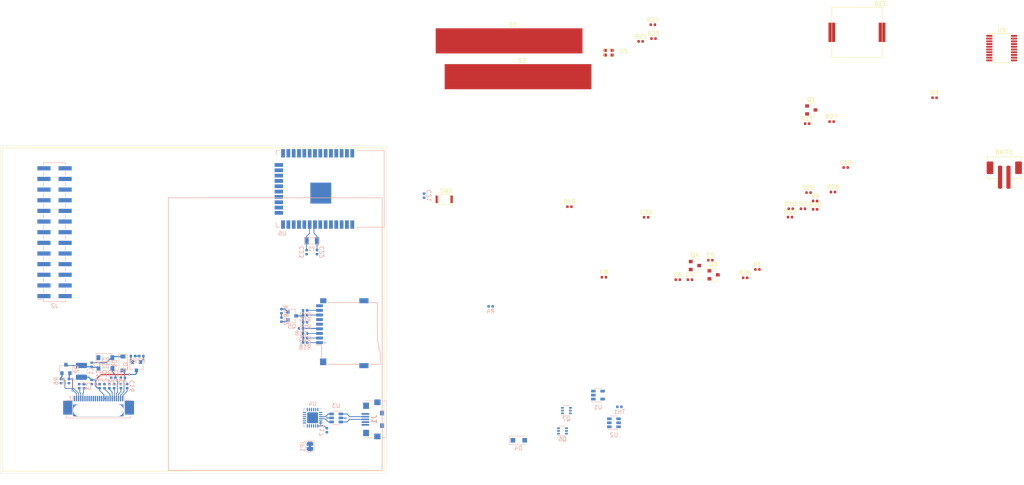
<source format=kicad_pcb>
(kicad_pcb (version 20171130) (host pcbnew 5.1.4-e60b266~84~ubuntu16.04.1)
  (layers (0 F.Cu signal) (31 B.Cu signal) (34 B.Paste user) (35 F.Paste user) (36 B.SilkS user) (37 F.SilkS user) (38 B.Mask user) (39 F.Mask user) (44 Edge.Cuts user))
  (net 0 "")
  (net 1 GND)
  (net 2 +BATT)
  (net 3 "Net-(BZ1-Pad2)")
  (net 4 +3V3)
  (net 5 "Net-(C1-Pad1)")
  (net 6 PREVGL)
  (net 7 "Net-(C3-Pad1)")
  (net 8 "Net-(C5-Pad1)")
  (net 9 VBUS)
  (net 10 "Net-(C7-Pad2)")
  (net 11 "Net-(C7-Pad1)")
  (net 12 V_EPD)
  (net 13 PREVGH)
  (net 14 "Net-(C12-Pad1)")
  (net 15 "Net-(C13-Pad1)")
  (net 16 "Net-(C14-Pad1)")
  (net 17 "Net-(C15-Pad1)")
  (net 18 "Net-(C16-Pad1)")
  (net 19 "Net-(C17-Pad1)")
  (net 20 ESP_EN)
  (net 21 /xtal_P)
  (net 22 /xtal_N)
  (net 23 "Net-(D5-Pad2)")
  (net 24 "Net-(D5-Pad1)")
  (net 25 "Net-(D5-Pad4)")
  (net 26 GDR)
  (net 27 RESE)
  (net 28 EPD_BUSY)
  (net 29 ~EPD_RES)
  (net 30 ~EPD_DC)
  (net 31 ~EPD_CS)
  (net 32 SPI_SCLK)
  (net 33 SPI_MOSI)
  (net 34 /D_P)
  (net 35 /D_N)
  (net 36 RTS)
  (net 37 UART_RXD0)
  (net 38 EXT_GPIO0)
  (net 39 I2C_SCL)
  (net 40 EXT_GPIO2)
  (net 41 JTAG_TDI)
  (net 42 JTAG_TDO)
  (net 43 JTAG_TCK)
  (net 44 JTAG_TMS)
  (net 45 EXT_GPIO1)
  (net 46 I2C_SDA)
  (net 47 SPI_MISO)
  (net 48 UART_TXD0)
  (net 49 DTR)
  (net 50 ~SD_CS)
  (net 51 "Net-(MICRO_SD1-Pad1)")
  (net 52 V_SD)
  (net 53 "Net-(MICRO_SD1-Pad8)")
  (net 54 "Net-(Q3-Pad1)")
  (net 55 "Net-(Q4-Pad3)")
  (net 56 "Net-(Q4-Pad1)")
  (net 57 "Net-(Q5-Pad1)")
  (net 58 GPIO_0)
  (net 59 GPIO_2)
  (net 60 "Net-(Q8-Pad1)")
  (net 61 "Net-(R1-Pad1)")
  (net 62 "Net-(R2-Pad1)")
  (net 63 ~EPD_EN)
  (net 64 BATT)
  (net 65 ~BATT_EN)
  (net 66 ~SD_EN)
  (net 67 ~LED_R)
  (net 68 BUZZ)
  (net 69 CAPBTN_1)
  (net 70 CAPBTN_2)
  (net 71 "Net-(TH1-Pad1)")
  (net 72 ~CHG)
  (net 73 USB_P)
  (net 74 USB_N)
  (net 75 ~PCF_INT)
  (net 76 ~SD_CD)
  (module Capacitor_SMD:C_0402_1005Metric (layer B.Cu) (at 175.06 87.535 270)
    (fp_text reference C23 (at 0 1.17 90) (layer B.SilkS) (effects (justify mirror)))
    (fp_text value 12pF)
    (pad 2 smd roundrect (at 0.485 0 270) (size 0.59 0.64) (layers B.Cu B.Paste B.Mask) (net 1 GND))
    (pad 1 smd roundrect (at -0.485 0 270) (size 0.59 0.64) (layers B.Cu B.Paste B.Mask) (net 22 /xtal_N))
  )
  (module Capacitor_SMD:C_0402_1005Metric (layer B.Cu) (at 128.975 117.515)
    (fp_text reference C10 (at 0 1.17) (layer B.SilkS) (effects (justify mirror)))
    (fp_text value 1uF/25V)
    (pad 2 smd roundrect (at 0.485 0) (size 0.59 0.64) (layers B.Cu B.Paste B.Mask) (net 13 PREVGH))
    (pad 1 smd roundrect (at -0.485 0) (size 0.59 0.64) (layers B.Cu B.Paste B.Mask) (net 1 GND))
  )
  (module Diode_SMD:D_SOD-123 (layer B.Cu) (at 127.08 112.72)
    (fp_text reference D2 (at 0 2) (layer B.SilkS) (effects (justify mirror)))
    (fp_text value MBR0530)
    (pad 1 smd rect (at -1.65 0) (size 0.9 1.2) (layers B.Cu B.Paste B.Mask) (net 1 GND))
    (pad 2 smd rect (at 1.65 0) (size 0.9 1.2) (layers B.Cu B.Paste B.Mask) (net 10 "Net-(C7-Pad2)"))
  )
  (module karo_industries:Q13FC1350000400 (layer B.Cu) (at 176.25 84.88)
    (fp_text reference Y1 (at 0.02 1.9) (layer B.SilkS) (effects (justify mirror)))
    (fp_text value 32.768KHz)
    (pad 2 smd rect (at 1.3 -0.03) (size 1 1.8) (layers B.Cu B.Paste B.Mask) (net 21 /xtal_P))
    (pad 1 smd rect (at -1.2 -0.03) (size 1 1.8) (layers B.Cu B.Paste B.Mask) (net 22 /xtal_N))
  )
  (module RF_Module:ESP32-WROOM-32 (layer B.Cu) (at 177.69 72.47 90)
    (fp_text reference U6 (at -10.61 -8.43 180) (layer B.SilkS) (effects (justify mirror)))
    (fp_text value OLIMEX_Cases_ESP-WROOM-32)
    (pad 38 smd rect (at 8.5 8.255 90) (size 2 0.9) (layers B.Cu B.Paste B.Mask) (net 1 GND))
    (pad 37 smd rect (at 8.5 6.985 90) (size 2 0.9) (layers B.Cu B.Paste B.Mask) (net 33 SPI_MOSI))
    (pad 36 smd rect (at 8.5 5.715 90) (size 2 0.9) (layers B.Cu B.Paste B.Mask) (net 31 ~EPD_CS))
    (pad 35 smd rect (at 8.5 4.445 90) (size 2 0.9) (layers B.Cu B.Paste B.Mask) (net 48 UART_TXD0))
    (pad 34 smd rect (at 8.5 3.175 90) (size 2 0.9) (layers B.Cu B.Paste B.Mask) (net 37 UART_RXD0))
    (pad 33 smd rect (at 8.5 1.905 90) (size 2 0.9) (layers B.Cu B.Paste B.Mask) (net 50 ~SD_CS))
    (pad 32 smd rect (at 8.5 0.635 90) (size 2 0.9) (layers B.Cu B.Paste B.Mask))
    (pad 31 smd rect (at 8.5 -0.635 90) (size 2 0.9) (layers B.Cu B.Paste B.Mask) (net 47 SPI_MISO))
    (pad 30 smd rect (at 8.5 -1.905 90) (size 2 0.9) (layers B.Cu B.Paste B.Mask) (net 32 SPI_SCLK))
    (pad 29 smd rect (at 8.5 -3.175 90) (size 2 0.9) (layers B.Cu B.Paste B.Mask) (net 67 ~LED_R))
    (pad 28 smd rect (at 8.5 -4.445 90) (size 2 0.9) (layers B.Cu B.Paste B.Mask) (net 39 I2C_SCL))
    (pad 27 smd rect (at 8.5 -5.715 90) (size 2 0.9) (layers B.Cu B.Paste B.Mask) (net 46 I2C_SDA))
    (pad 26 smd rect (at 8.5 -6.985 90) (size 2 0.9) (layers B.Cu B.Paste B.Mask) (net 69 CAPBTN_1))
    (pad 25 smd rect (at 8.5 -8.255 90) (size 2 0.9) (layers B.Cu B.Paste B.Mask) (net 58 GPIO_0))
    (pad 24 smd rect (at 5.715 -9.255) (size 2 0.9) (layers B.Cu B.Paste B.Mask) (net 59 GPIO_2))
    (pad 23 smd rect (at 4.445 -9.255) (size 2 0.9) (layers B.Cu B.Paste B.Mask) (net 42 JTAG_TDO))
    (pad 22 smd rect (at 3.175 -9.255) (size 2 0.9) (layers B.Cu B.Paste B.Mask))
    (pad 21 smd rect (at 1.905 -9.255) (size 2 0.9) (layers B.Cu B.Paste B.Mask))
    (pad 20 smd rect (at 0.635 -9.255) (size 2 0.9) (layers B.Cu B.Paste B.Mask))
    (pad 19 smd rect (at -0.635 -9.255) (size 2 0.9) (layers B.Cu B.Paste B.Mask))
    (pad 18 smd rect (at -1.905 -9.255) (size 2 0.9) (layers B.Cu B.Paste B.Mask))
    (pad 17 smd rect (at -3.175 -9.255) (size 2 0.9) (layers B.Cu B.Paste B.Mask))
    (pad 16 smd rect (at -4.445 -9.255) (size 2 0.9) (layers B.Cu B.Paste B.Mask) (net 43 JTAG_TCK))
    (pad 15 smd rect (at -5.715 -9.255) (size 2 0.9) (layers B.Cu B.Paste B.Mask) (net 1 GND))
    (pad 14 smd rect (at -8.5 -8.255 90) (size 2 0.9) (layers B.Cu B.Paste B.Mask) (net 41 JTAG_TDI))
    (pad 13 smd rect (at -8.5 -6.985 90) (size 2 0.9) (layers B.Cu B.Paste B.Mask) (net 44 JTAG_TMS))
    (pad 12 smd rect (at -8.5 -5.715 90) (size 2 0.9) (layers B.Cu B.Paste B.Mask) (net 70 CAPBTN_2))
    (pad 11 smd rect (at -8.5 -4.445 90) (size 2 0.9) (layers B.Cu B.Paste B.Mask) (net 30 ~EPD_DC))
    (pad 10 smd rect (at -8.5 -3.175 90) (size 2 0.9) (layers B.Cu B.Paste B.Mask) (net 68 BUZZ))
    (pad 9 smd rect (at -8.5 -1.905 90) (size 2 0.9) (layers B.Cu B.Paste B.Mask) (net 22 /xtal_N))
    (pad 8 smd rect (at -8.5 -0.635 90) (size 2 0.9) (layers B.Cu B.Paste B.Mask) (net 21 /xtal_P))
    (pad 7 smd rect (at -8.5 0.635 90) (size 2 0.9) (layers B.Cu B.Paste B.Mask) (net 28 EPD_BUSY))
    (pad 6 smd rect (at -8.5 1.905 90) (size 2 0.9) (layers B.Cu B.Paste B.Mask) (net 64 BATT))
    (pad 5 smd rect (at -8.5 3.175 90) (size 2 0.9) (layers B.Cu B.Paste B.Mask) (net 75 ~PCF_INT))
    (pad 4 smd rect (at -8.5 4.445 90) (size 2 0.9) (layers B.Cu B.Paste B.Mask) (net 72 ~CHG))
    (pad 3 smd rect (at -8.5 5.715 90) (size 2 0.9) (layers B.Cu B.Paste B.Mask) (net 20 ESP_EN))
    (pad 2 smd rect (at -8.5 6.985 90) (size 2 0.9) (layers B.Cu B.Paste B.Mask) (net 4 +3V3))
    (pad 1 smd rect (at -8.5 8.255 90) (size 2 0.9) (layers B.Cu B.Paste B.Mask) (net 1 GND))
    (pad 39 smd rect (at -1 0.755 90) (size 5 5) (layers B.Cu B.Paste B.Mask) (net 1 GND))
  )
  (module Package_SO:TSSOP-20_4.4x6.5mm_P0.65mm (layer F.Cu) (at 340.83 38.89)
    (fp_text reference U5 (at 0 -4.3) (layer F.SilkS))
    (fp_text value PCF8574A)
    (pad 20 smd rect (at 2.95 -2.925) (size 1.45 0.45) (layers F.Cu F.Paste F.Mask))
    (pad 19 smd rect (at 2.95 -2.275) (size 1.45 0.45) (layers F.Cu F.Paste F.Mask))
    (pad 18 smd rect (at 2.95 -1.625) (size 1.45 0.45) (layers F.Cu F.Paste F.Mask))
    (pad 17 smd rect (at 2.95 -0.975) (size 1.45 0.45) (layers F.Cu F.Paste F.Mask))
    (pad 16 smd rect (at 2.95 -0.325) (size 1.45 0.45) (layers F.Cu F.Paste F.Mask) (net 4 +3V3))
    (pad 15 smd rect (at 2.95 0.325) (size 1.45 0.45) (layers F.Cu F.Paste F.Mask) (net 46 I2C_SDA))
    (pad 14 smd rect (at 2.95 0.975) (size 1.45 0.45) (layers F.Cu F.Paste F.Mask) (net 39 I2C_SCL))
    (pad 13 smd rect (at 2.95 1.625) (size 1.45 0.45) (layers F.Cu F.Paste F.Mask) (net 75 ~PCF_INT))
    (pad 12 smd rect (at 2.95 2.275) (size 1.45 0.45) (layers F.Cu F.Paste F.Mask) (net 40 EXT_GPIO2))
    (pad 11 smd rect (at 2.95 2.925) (size 1.45 0.45) (layers F.Cu F.Paste F.Mask) (net 45 EXT_GPIO1))
    (pad 10 smd rect (at -2.95 2.925) (size 1.45 0.45) (layers F.Cu F.Paste F.Mask) (net 38 EXT_GPIO0))
    (pad 9 smd rect (at -2.95 2.275) (size 1.45 0.45) (layers F.Cu F.Paste F.Mask) (net 76 ~SD_CD))
    (pad 8 smd rect (at -2.95 1.625) (size 1.45 0.45) (layers F.Cu F.Paste F.Mask) (net 1 GND))
    (pad 7 smd rect (at -2.95 0.975) (size 1.45 0.45) (layers F.Cu F.Paste F.Mask) (net 29 ~EPD_RES))
    (pad 6 smd rect (at -2.95 0.325) (size 1.45 0.45) (layers F.Cu F.Paste F.Mask) (net 66 ~SD_EN))
    (pad 5 smd rect (at -2.95 -0.325) (size 1.45 0.45) (layers F.Cu F.Paste F.Mask) (net 65 ~BATT_EN))
    (pad 4 smd rect (at -2.95 -0.975) (size 1.45 0.45) (layers F.Cu F.Paste F.Mask) (net 63 ~EPD_EN))
    (pad 3 smd rect (at -2.95 -1.625) (size 1.45 0.45) (layers F.Cu F.Paste F.Mask) (net 1 GND))
    (pad 2 smd rect (at -2.95 -2.275) (size 1.45 0.45) (layers F.Cu F.Paste F.Mask) (net 1 GND))
    (pad 1 smd rect (at -2.95 -2.925) (size 1.45 0.45) (layers F.Cu F.Paste F.Mask) (net 1 GND))
  )
  (module Package_DFN_QFN:QFN-24-1EP_4x4mm_P0.5mm_EP2.6x2.6mm (layer B.Cu) (at 176.48 127.04 180)
    (fp_text reference U4 (at 0 3.3) (layer B.SilkS) (effects (justify mirror)))
    (fp_text value CP2104)
    (pad 24 smd roundrect (at -1.25 1.9375 180) (size 0.25 0.825) (layers B.Cu B.Paste B.Mask))
    (pad 23 smd roundrect (at -0.75 1.9375 180) (size 0.25 0.825) (layers B.Cu B.Paste B.Mask))
    (pad 22 smd roundrect (at -0.25 1.9375 180) (size 0.25 0.825) (layers B.Cu B.Paste B.Mask) (net 49 DTR))
    (pad 21 smd roundrect (at 0.25 1.9375 180) (size 0.25 0.825) (layers B.Cu B.Paste B.Mask) (net 37 UART_RXD0))
    (pad 20 smd roundrect (at 0.75 1.9375 180) (size 0.25 0.825) (layers B.Cu B.Paste B.Mask) (net 48 UART_TXD0))
    (pad 19 smd roundrect (at 1.25 1.9375 180) (size 0.25 0.825) (layers B.Cu B.Paste B.Mask) (net 36 RTS))
    (pad 18 smd roundrect (at 1.9375 1.25 180) (size 0.825 0.25) (layers B.Cu B.Paste B.Mask))
    (pad 17 smd roundrect (at 1.9375 0.75 180) (size 0.825 0.25) (layers B.Cu B.Paste B.Mask))
    (pad 16 smd roundrect (at 1.9375 0.25 180) (size 0.825 0.25) (layers B.Cu B.Paste B.Mask))
    (pad 15 smd roundrect (at 1.9375 -0.25 180) (size 0.825 0.25) (layers B.Cu B.Paste B.Mask))
    (pad 14 smd roundrect (at 1.9375 -0.75 180) (size 0.825 0.25) (layers B.Cu B.Paste B.Mask))
    (pad 13 smd roundrect (at 1.9375 -1.25 180) (size 0.825 0.25) (layers B.Cu B.Paste B.Mask))
    (pad 12 smd roundrect (at 1.25 -1.9375 180) (size 0.25 0.825) (layers B.Cu B.Paste B.Mask))
    (pad 11 smd roundrect (at 0.75 -1.9375 180) (size 0.25 0.825) (layers B.Cu B.Paste B.Mask))
    (pad 10 smd roundrect (at 0.25 -1.9375 180) (size 0.25 0.825) (layers B.Cu B.Paste B.Mask))
    (pad 9 smd roundrect (at -0.25 -1.9375 180) (size 0.25 0.825) (layers B.Cu B.Paste B.Mask))
    (pad 8 smd roundrect (at -0.75 -1.9375 180) (size 0.25 0.825) (layers B.Cu B.Paste B.Mask) (net 9 VBUS))
    (pad 7 smd roundrect (at -1.25 -1.9375 180) (size 0.25 0.825) (layers B.Cu B.Paste B.Mask) (net 19 "Net-(C17-Pad1)"))
    (pad 6 smd roundrect (at -1.9375 -1.25 180) (size 0.825 0.25) (layers B.Cu B.Paste B.Mask) (net 19 "Net-(C17-Pad1)"))
    (pad 5 smd roundrect (at -1.9375 -0.75 180) (size 0.825 0.25) (layers B.Cu B.Paste B.Mask) (net 19 "Net-(C17-Pad1)"))
    (pad 4 smd roundrect (at -1.9375 -0.25 180) (size 0.825 0.25) (layers B.Cu B.Paste B.Mask) (net 74 USB_N))
    (pad 3 smd roundrect (at -1.9375 0.25 180) (size 0.825 0.25) (layers B.Cu B.Paste B.Mask) (net 73 USB_P))
    (pad 2 smd roundrect (at -1.9375 0.75 180) (size 0.825 0.25) (layers B.Cu B.Paste B.Mask) (net 1 GND))
    (pad 1 smd roundrect (at -1.9375 1.25 180) (size 0.825 0.25) (layers B.Cu B.Paste B.Mask))
    (pad 25 smd roundrect (at 0 0 180) (size 2.6 2.6) (layers B.Cu B.Mask) (roundrect_rratio 0.096154) (net 1 GND))
  )
  (module Package_TO_SOT_SMD:SOT-23-6 (layer B.Cu) (at 182.12 127.09 180)
    (fp_text reference U3 (at 0 2.9) (layer B.SilkS) (effects (justify mirror)))
    (fp_text value USBLC6-2SC6)
    (pad 5 smd rect (at 1.1 0 180) (size 1.06 0.65) (layers B.Cu B.Paste B.Mask) (net 9 VBUS))
    (pad 6 smd rect (at 1.1 0.95 180) (size 1.06 0.65) (layers B.Cu B.Paste B.Mask) (net 73 USB_P))
    (pad 4 smd rect (at 1.1 -0.95 180) (size 1.06 0.65) (layers B.Cu B.Paste B.Mask) (net 74 USB_N))
    (pad 3 smd rect (at -1.1 -0.95 180) (size 1.06 0.65) (layers B.Cu B.Paste B.Mask) (net 34 /D_P))
    (pad 2 smd rect (at -1.1 0 180) (size 1.06 0.65) (layers B.Cu B.Paste B.Mask) (net 1 GND))
    (pad 1 smd rect (at -1.1 0.95 180) (size 1.06 0.65) (layers B.Cu B.Paste B.Mask) (net 35 /D_N))
  )
  (module Package_TO_SOT_SMD:SOT-23-6 (layer B.Cu) (at 248.362 128.244)
    (fp_text reference U2 (at 0 2.9) (layer B.SilkS) (effects (justify mirror)))
    (fp_text value BQ21040)
    (pad 5 smd rect (at 1.1 0) (size 1.06 0.65) (layers B.Cu B.Paste B.Mask) (net 1 GND))
    (pad 6 smd rect (at 1.1 0.95) (size 1.06 0.65) (layers B.Cu B.Paste B.Mask) (net 62 "Net-(R2-Pad1)"))
    (pad 4 smd rect (at 1.1 -0.95) (size 1.06 0.65) (layers B.Cu B.Paste B.Mask) (net 9 VBUS))
    (pad 3 smd rect (at -1.1 -0.95) (size 1.06 0.65) (layers B.Cu B.Paste B.Mask) (net 72 ~CHG))
    (pad 2 smd rect (at -1.1 0) (size 1.06 0.65) (layers B.Cu B.Paste B.Mask) (net 2 +BATT))
    (pad 1 smd rect (at -1.1 0.95) (size 1.06 0.65) (layers B.Cu B.Paste B.Mask) (net 71 "Net-(TH1-Pad1)"))
  )
  (module Package_TO_SOT_SMD:SOT-23-5 (layer B.Cu) (at 244.552 121.64)
    (fp_text reference U1 (at 0 2.9) (layer B.SilkS) (effects (justify mirror)))
    (fp_text value AP2112K-3.3)
    (pad 5 smd rect (at 1.1 0.95) (size 1.06 0.65) (layers B.Cu B.Paste B.Mask) (net 4 +3V3))
    (pad 4 smd rect (at 1.1 -0.95) (size 1.06 0.65) (layers B.Cu B.Paste B.Mask))
    (pad 3 smd rect (at -1.1 -0.95) (size 1.06 0.65) (layers B.Cu B.Paste B.Mask) (net 61 "Net-(R1-Pad1)"))
    (pad 2 smd rect (at -1.1 0) (size 1.06 0.65) (layers B.Cu B.Paste B.Mask) (net 1 GND))
    (pad 1 smd rect (at -1.1 0.95) (size 1.06 0.65) (layers B.Cu B.Paste B.Mask) (net 8 "Net-(C5-Pad1)"))
  )
  (module Resistor_SMD:R_0402_1005Metric (layer B.Cu) (at 249.655 124.434)
    (fp_text reference TH1 (at 0 1.17) (layer B.SilkS) (effects (justify mirror)))
    (fp_text value "10K NTC")
    (pad 2 smd roundrect (at 0.485 0) (size 0.59 0.64) (layers B.Cu B.Paste B.Mask) (net 1 GND))
    (pad 1 smd roundrect (at -0.485 0) (size 0.59 0.64) (layers B.Cu B.Paste B.Mask) (net 71 "Net-(TH1-Pad1)"))
  )
  (module karo_industries:K2-1822SA-A3DW-06 (layer F.Cu) (at 207.89 74.95)
    (fp_text reference SW1 (at 0.54 -2.032) (layer F.SilkS))
    (fp_text value RESET)
    (pad "" np_thru_hole circle (at -0.01 0) (size 0.7 0.7) (drill 0.7) (layers *.Cu *.Mask))
    (pad 2 smd rect (at 1.715 0) (size 0.65 1.8) (layers F.Cu F.Paste F.Mask) (net 20 ESP_EN))
    (pad 1 smd rect (at -1.735 0) (size 0.65 1.8) (layers F.Cu F.Paste F.Mask) (net 1 GND))
  )
  (module karo_industries:cap_touch_35x6 (layer F.Cu) (at 225.66 45.08)
    (fp_text reference S2 (at 0.78 -3.22) (layer F.SilkS))
    (fp_text value CAPBTN2)
    (pad 1 smd rect (at -0.17 0.62) (size 35 6) (layers F.Cu F.Paste F.Mask) (net 70 CAPBTN_2))
  )
  (module karo_industries:cap_touch_35x6 (layer F.Cu) (at 223.52 36.54)
    (fp_text reference S1 (at 0.78 -3.22) (layer F.SilkS))
    (fp_text value CAPBTN1)
    (pad 1 smd rect (at -0.17 0.62) (size 35 6) (layers F.Cu F.Paste F.Mask) (net 69 CAPBTN_1))
  )
  (module Resistor_SMD:R_0402_1005Metric (layer F.Cu) (at 296.341001 77.337001)
    (fp_text reference R29 (at 0 -1.17) (layer F.SilkS))
    (fp_text value 100k)
    (pad 2 smd roundrect (at 0.485 0) (size 0.59 0.64) (layers F.Cu F.Paste F.Mask) (net 1 GND))
    (pad 1 smd roundrect (at -0.485 0) (size 0.59 0.64) (layers F.Cu F.Paste F.Mask) (net 60 "Net-(Q8-Pad1)"))
  )
  (module Resistor_SMD:R_0402_1005Metric (layer F.Cu) (at 300.591001 73.207001)
    (fp_text reference R28 (at 0 -1.17) (layer F.SilkS))
    (fp_text value 100)
    (pad 2 smd roundrect (at 0.485 0) (size 0.59 0.64) (layers F.Cu F.Paste F.Mask) (net 68 BUZZ))
    (pad 1 smd roundrect (at -0.485 0) (size 0.59 0.64) (layers F.Cu F.Paste F.Mask) (net 60 "Net-(Q8-Pad1)"))
  )
  (module Resistor_SMD:R_0402_1005Metric (layer F.Cu) (at 300.271001 56.417001)
    (fp_text reference R27 (at 0 -1.17) (layer F.SilkS))
    (fp_text value 1k)
    (pad 2 smd roundrect (at 0.485 0) (size 0.59 0.64) (layers F.Cu F.Paste F.Mask) (net 3 "Net-(BZ1-Pad2)"))
    (pad 1 smd roundrect (at -0.485 0) (size 0.59 0.64) (layers F.Cu F.Paste F.Mask) (net 4 +3V3))
  )
  (module Resistor_SMD:R_0402_1005Metric (layer F.Cu) (at 279.661001 93.667001)
    (fp_text reference R26 (at 0 -1.17) (layer F.SilkS))
    (fp_text value 10k)
    (pad 2 smd roundrect (at 0.485 0) (size 0.59 0.64) (layers F.Cu F.Paste F.Mask) (net 20 ESP_EN))
    (pad 1 smd roundrect (at -0.485 0) (size 0.59 0.64) (layers F.Cu F.Paste F.Mask) (net 4 +3V3))
  )
  (module Resistor_SMD:R_0402_1005Metric (layer F.Cu) (at 254.721001 37.287001)
    (fp_text reference R25 (at 0 -1.17) (layer F.SilkS))
    (fp_text value 120)
    (pad 2 smd roundrect (at 0.485 0) (size 0.59 0.64) (layers F.Cu F.Paste F.Mask) (net 59 GPIO_2))
    (pad 1 smd roundrect (at -0.485 0) (size 0.59 0.64) (layers F.Cu F.Paste F.Mask) (net 23 "Net-(D5-Pad2)"))
  )
  (module Resistor_SMD:R_0402_1005Metric (layer F.Cu) (at 257.631001 33.307001)
    (fp_text reference R24 (at 0 -1.17) (layer F.SilkS))
    (fp_text value 120)
    (pad 2 smd roundrect (at 0.485 0) (size 0.59 0.64) (layers F.Cu F.Paste F.Mask) (net 58 GPIO_0))
    (pad 1 smd roundrect (at -0.485 0) (size 0.59 0.64) (layers F.Cu F.Paste F.Mask) (net 25 "Net-(D5-Pad4)"))
  )
  (module Resistor_SMD:R_0402_1005Metric (layer F.Cu) (at 257.785 36.62)
    (fp_text reference R23 (at 0 -1.17) (layer F.SilkS))
    (fp_text value 120)
    (pad 2 smd roundrect (at 0.485 0) (size 0.59 0.64) (layers F.Cu F.Paste F.Mask) (net 67 ~LED_R))
    (pad 1 smd roundrect (at -0.485 0) (size 0.59 0.64) (layers F.Cu F.Paste F.Mask) (net 24 "Net-(D5-Pad1)"))
  )
  (module Resistor_SMD:R_0402_1005Metric (layer B.Cu) (at 169.06 103.645 90)
    (fp_text reference R22 (at 0 1.17 90) (layer B.SilkS) (effects (justify mirror)))
    (fp_text value 1k)
    (pad 2 smd roundrect (at 0.485 0 90) (size 0.59 0.64) (layers B.Cu B.Paste B.Mask) (net 66 ~SD_EN))
    (pad 1 smd roundrect (at -0.485 0 90) (size 0.59 0.64) (layers B.Cu B.Paste B.Mask) (net 57 "Net-(Q5-Pad1)"))
  )
  (module Resistor_SMD:R_0402_1005Metric (layer B.Cu) (at 169.06 101.62 90)
    (fp_text reference R21 (at 0 1.17 90) (layer B.SilkS) (effects (justify mirror)))
    (fp_text value 1M)
    (pad 2 smd roundrect (at 0.485 0 90) (size 0.59 0.64) (layers B.Cu B.Paste B.Mask) (net 4 +3V3))
    (pad 1 smd roundrect (at -0.485 0 90) (size 0.59 0.64) (layers B.Cu B.Paste B.Mask) (net 66 ~SD_EN))
  )
  (module Resistor_SMD:R_0402_1005Metric (layer F.Cu) (at 294.771001 73.357001)
    (fp_text reference R20 (at 0 -1.17) (layer F.SilkS))
    (fp_text value 10k)
    (pad 2 smd roundrect (at 0.485 0) (size 0.59 0.64) (layers F.Cu F.Paste F.Mask) (net 4 +3V3))
    (pad 1 smd roundrect (at -0.485 0) (size 0.59 0.64) (layers F.Cu F.Paste F.Mask) (net 46 I2C_SDA))
  )
  (module Resistor_SMD:R_0402_1005Metric (layer F.Cu) (at 237.744 76.708)
    (fp_text reference R19 (at 0 -1.17) (layer F.SilkS))
    (fp_text value 10k)
    (pad 2 smd roundrect (at 0.485 0) (size 0.59 0.64) (layers F.Cu F.Paste F.Mask) (net 4 +3V3))
    (pad 1 smd roundrect (at -0.485 0) (size 0.59 0.64) (layers F.Cu F.Paste F.Mask) (net 39 I2C_SCL))
  )
  (module Resistor_SMD:R_0402_1005Metric (layer B.Cu) (at 174.695 109.09)
    (fp_text reference R18 (at 0 1.17) (layer B.SilkS) (effects (justify mirror)))
    (fp_text value 10k)
    (pad 2 smd roundrect (at 0.485 0) (size 0.59 0.64) (layers B.Cu B.Paste B.Mask) (net 51 "Net-(MICRO_SD1-Pad1)"))
    (pad 1 smd roundrect (at -0.485 0) (size 0.59 0.64) (layers B.Cu B.Paste B.Mask) (net 52 V_SD))
  )
  (module Resistor_SMD:R_0402_1005Metric (layer B.Cu) (at 174.695 108.015)
    (fp_text reference R17 (at 0 1.17) (layer B.SilkS) (effects (justify mirror)))
    (fp_text value 10k)
    (pad 2 smd roundrect (at 0.485 0) (size 0.59 0.64) (layers B.Cu B.Paste B.Mask) (net 50 ~SD_CS))
    (pad 1 smd roundrect (at -0.485 0) (size 0.59 0.64) (layers B.Cu B.Paste B.Mask) (net 52 V_SD))
  )
  (module Resistor_SMD:R_0402_1005Metric (layer B.Cu) (at 174.695 106.94)
    (fp_text reference R16 (at 0 1.17) (layer B.SilkS) (effects (justify mirror)))
    (fp_text value 10k)
    (pad 2 smd roundrect (at 0.485 0) (size 0.59 0.64) (layers B.Cu B.Paste B.Mask) (net 33 SPI_MOSI))
    (pad 1 smd roundrect (at -0.485 0) (size 0.59 0.64) (layers B.Cu B.Paste B.Mask) (net 52 V_SD))
  )
  (module Resistor_SMD:R_0402_1005Metric (layer B.Cu) (at 174.695 104.24)
    (fp_text reference R15 (at 0 1.17) (layer B.SilkS) (effects (justify mirror)))
    (fp_text value 10k)
    (pad 2 smd roundrect (at 0.485 0) (size 0.59 0.64) (layers B.Cu B.Paste B.Mask) (net 32 SPI_SCLK))
    (pad 1 smd roundrect (at -0.485 0) (size 0.59 0.64) (layers B.Cu B.Paste B.Mask) (net 52 V_SD))
  )
  (module Resistor_SMD:R_0402_1005Metric (layer B.Cu) (at 174.695 102.56)
    (fp_text reference R14 (at 0 1.17) (layer B.SilkS) (effects (justify mirror)))
    (fp_text value 10k)
    (pad 2 smd roundrect (at 0.485 0) (size 0.59 0.64) (layers B.Cu B.Paste B.Mask) (net 47 SPI_MISO))
    (pad 1 smd roundrect (at -0.485 0) (size 0.59 0.64) (layers B.Cu B.Paste B.Mask) (net 52 V_SD))
  )
  (module Resistor_SMD:R_0402_1005Metric (layer B.Cu) (at 174.695 101.44)
    (fp_text reference R13 (at 0 1.17) (layer B.SilkS) (effects (justify mirror)))
    (fp_text value 10k)
    (pad 2 smd roundrect (at 0.485 0) (size 0.59 0.64) (layers B.Cu B.Paste B.Mask) (net 53 "Net-(MICRO_SD1-Pad8)"))
    (pad 1 smd roundrect (at -0.485 0) (size 0.59 0.64) (layers B.Cu B.Paste B.Mask) (net 52 V_SD))
  )
  (module Resistor_SMD:R_0402_1005Metric (layer F.Cu) (at 290.361001 79.197001)
    (fp_text reference R12 (at 0 -1.17) (layer F.SilkS))
    (fp_text value 1k)
    (pad 2 smd roundrect (at 0.485 0) (size 0.59 0.64) (layers F.Cu F.Paste F.Mask) (net 65 ~BATT_EN))
    (pad 1 smd roundrect (at -0.485 0) (size 0.59 0.64) (layers F.Cu F.Paste F.Mask) (net 56 "Net-(Q4-Pad1)"))
  )
  (module Resistor_SMD:R_0402_1005Metric (layer F.Cu) (at 294.451001 56.907001)
    (fp_text reference R11 (at 0 -1.17) (layer F.SilkS))
    (fp_text value 1M)
    (pad 2 smd roundrect (at 0.485 0) (size 0.59 0.64) (layers F.Cu F.Paste F.Mask) (net 2 +BATT))
    (pad 1 smd roundrect (at -0.485 0) (size 0.59 0.64) (layers F.Cu F.Paste F.Mask) (net 65 ~BATT_EN))
  )
  (module Resistor_SMD:R_0402_1005Metric (layer F.Cu) (at 290.521001 77.207001)
    (fp_text reference R10 (at 0 -1.17) (layer F.SilkS))
    (fp_text value 1.6M)
    (pad 2 smd roundrect (at 0.485 0) (size 0.59 0.64) (layers F.Cu F.Paste F.Mask) (net 64 BATT))
    (pad 1 smd roundrect (at -0.485 0) (size 0.59 0.64) (layers F.Cu F.Paste F.Mask) (net 1 GND))
  )
  (module Resistor_SMD:R_0402_1005Metric (layer F.Cu) (at 296.341001 75.347001)
    (fp_text reference R9 (at 0 -1.17) (layer F.SilkS))
    (fp_text value 470k)
    (pad 2 smd roundrect (at 0.485 0) (size 0.59 0.64) (layers F.Cu F.Paste F.Mask) (net 55 "Net-(Q4-Pad3)"))
    (pad 1 smd roundrect (at -0.485 0) (size 0.59 0.64) (layers F.Cu F.Paste F.Mask) (net 64 BATT))
  )
  (module Resistor_SMD:R_0402_1005Metric (layer B.Cu) (at 133.64 112.33)
    (fp_text reference R8 (at 0 1.17) (layer B.SilkS) (effects (justify mirror)))
    (fp_text value 1k)
    (pad 2 smd roundrect (at 0.485 0) (size 0.59 0.64) (layers B.Cu B.Paste B.Mask) (net 63 ~EPD_EN))
    (pad 1 smd roundrect (at -0.485 0) (size 0.59 0.64) (layers B.Cu B.Paste B.Mask) (net 54 "Net-(Q3-Pad1)"))
  )
  (module Resistor_SMD:R_0402_1005Metric (layer B.Cu) (at 135.645 112.33)
    (fp_text reference R7 (at 0 1.17) (layer B.SilkS) (effects (justify mirror)))
    (fp_text value 1M)
    (pad 2 smd roundrect (at 0.485 0) (size 0.59 0.64) (layers B.Cu B.Paste B.Mask) (net 4 +3V3))
    (pad 1 smd roundrect (at -0.485 0) (size 0.59 0.64) (layers B.Cu B.Paste B.Mask) (net 63 ~EPD_EN))
  )
  (module Resistor_SMD:R_0402_1005Metric (layer B.Cu) (at 116.48 118.3 270)
    (fp_text reference R6 (at 0 1.17 90) (layer B.SilkS) (effects (justify mirror)))
    (fp_text value 0.47)
    (pad 2 smd roundrect (at 0.485 0 270) (size 0.59 0.64) (layers B.Cu B.Paste B.Mask) (net 1 GND))
    (pad 1 smd roundrect (at -0.485 0 270) (size 0.59 0.64) (layers B.Cu B.Paste B.Mask) (net 27 RESE))
  )
  (module Resistor_SMD:R_0402_1005Metric (layer B.Cu) (at 118.37 118.3 270)
    (fp_text reference R5 (at 0 1.17 90) (layer B.SilkS) (effects (justify mirror)))
    (fp_text value 10k)
    (pad 2 smd roundrect (at 0.485 0 270) (size 0.59 0.64) (layers B.Cu B.Paste B.Mask) (net 1 GND))
    (pad 1 smd roundrect (at -0.485 0 270) (size 0.59 0.64) (layers B.Cu B.Paste B.Mask) (net 26 GDR))
  )
  (module Resistor_SMD:R_0402_1005Metric (layer B.Cu) (at 218.945 100.47)
    (fp_text reference R4 (at 0 1.17) (layer B.SilkS) (effects (justify mirror)))
    (fp_text value 10k)
    (pad 2 smd roundrect (at 0.485 0) (size 0.59 0.64) (layers B.Cu B.Paste B.Mask) (net 12 V_EPD))
    (pad 1 smd roundrect (at -0.485 0) (size 0.59 0.64) (layers B.Cu B.Paste B.Mask) (net 31 ~EPD_CS))
  )
  (module Resistor_SMD:R_0402_1005Metric (layer F.Cu) (at 324.821001 50.727001)
    (fp_text reference R3 (at 0 -1.17) (layer F.SilkS))
    (fp_text value 100k)
    (pad 2 smd roundrect (at 0.485 0) (size 0.59 0.64) (layers F.Cu F.Paste F.Mask) (net 1 GND))
    (pad 1 smd roundrect (at -0.485 0) (size 0.59 0.64) (layers F.Cu F.Paste F.Mask) (net 9 VBUS))
  )
  (module Resistor_SMD:R_0402_1005Metric (layer F.Cu) (at 293.431001 77.207001)
    (fp_text reference R2 (at 0 -1.17) (layer F.SilkS))
    (fp_text value 2.7k)
    (pad 2 smd roundrect (at 0.485 0) (size 0.59 0.64) (layers F.Cu F.Paste F.Mask) (net 1 GND))
    (pad 1 smd roundrect (at -0.485 0) (size 0.59 0.64) (layers F.Cu F.Paste F.Mask) (net 62 "Net-(R2-Pad1)"))
  )
  (module Resistor_SMD:R_0402_1005Metric (layer F.Cu) (at 282.571001 91.677001)
    (fp_text reference R1 (at 0 -1.17) (layer F.SilkS))
    (fp_text value 100k)
    (pad 2 smd roundrect (at 0.485 0) (size 0.59 0.64) (layers F.Cu F.Paste F.Mask) (net 8 "Net-(C5-Pad1)"))
    (pad 1 smd roundrect (at -0.485 0) (size 0.59 0.64) (layers F.Cu F.Paste F.Mask) (net 61 "Net-(R1-Pad1)"))
  )
  (module Package_TO_SOT_SMD:SOT-23 (layer F.Cu) (at 272.131001 92.957001)
    (fp_text reference Q8 (at 0 -2.5) (layer F.SilkS))
    (fp_text value T2N7002BK)
    (pad 3 smd rect (at 1 0) (size 0.9 0.8) (layers F.Cu F.Paste F.Mask) (net 3 "Net-(BZ1-Pad2)"))
    (pad 2 smd rect (at -1 0.95) (size 0.9 0.8) (layers F.Cu F.Paste F.Mask) (net 1 GND))
    (pad 1 smd rect (at -1 -0.95) (size 0.9 0.8) (layers F.Cu F.Paste F.Mask) (net 60 "Net-(Q8-Pad1)"))
  )
  (module Package_TO_SOT_SMD:SOT-363_SC-70-6 (layer B.Cu) (at 237.028 125.33)
    (fp_text reference Q7 (at 0 2) (layer B.SilkS) (effects (justify mirror)))
    (fp_text value UMH3N)
    (pad 6 smd rect (at 0.95 0.65) (size 0.65 0.4) (layers B.Cu B.Paste B.Mask) (net 59 GPIO_2))
    (pad 4 smd rect (at 0.95 -0.65) (size 0.65 0.4) (layers B.Cu B.Paste B.Mask))
    (pad 2 smd rect (at -0.95 0) (size 0.65 0.4) (layers B.Cu B.Paste B.Mask) (net 36 RTS))
    (pad 5 smd rect (at 0.95 0) (size 0.65 0.4) (layers B.Cu B.Paste B.Mask))
    (pad 3 smd rect (at -0.95 -0.65) (size 0.65 0.4) (layers B.Cu B.Paste B.Mask))
    (pad 1 smd rect (at -0.95 0.65) (size 0.65 0.4) (layers B.Cu B.Paste B.Mask) (net 49 DTR))
  )
  (module Package_TO_SOT_SMD:SOT-363_SC-70-6 (layer B.Cu) (at 236.088 130.19)
    (fp_text reference Q6 (at 0 2) (layer B.SilkS) (effects (justify mirror)))
    (fp_text value UMH3N)
    (pad 6 smd rect (at 0.95 0.65) (size 0.65 0.4) (layers B.Cu B.Paste B.Mask) (net 20 ESP_EN))
    (pad 4 smd rect (at 0.95 -0.65) (size 0.65 0.4) (layers B.Cu B.Paste B.Mask) (net 49 DTR))
    (pad 2 smd rect (at -0.95 0) (size 0.65 0.4) (layers B.Cu B.Paste B.Mask) (net 49 DTR))
    (pad 5 smd rect (at 0.95 0) (size 0.65 0.4) (layers B.Cu B.Paste B.Mask) (net 36 RTS))
    (pad 3 smd rect (at -0.95 -0.65) (size 0.65 0.4) (layers B.Cu B.Paste B.Mask) (net 58 GPIO_0))
    (pad 1 smd rect (at -0.95 0.65) (size 0.65 0.4) (layers B.Cu B.Paste B.Mask) (net 36 RTS))
  )
  (module Package_TO_SOT_SMD:SOT-23 (layer B.Cu) (at 171.56 102.75)
    (fp_text reference Q5 (at 0 2.5) (layer B.SilkS) (effects (justify mirror)))
    (fp_text value DMP2035)
    (pad 3 smd rect (at 1 0) (size 0.9 0.8) (layers B.Cu B.Paste B.Mask) (net 52 V_SD))
    (pad 2 smd rect (at -1 -0.95) (size 0.9 0.8) (layers B.Cu B.Paste B.Mask) (net 4 +3V3))
    (pad 1 smd rect (at -1 0.95) (size 0.9 0.8) (layers B.Cu B.Paste B.Mask) (net 57 "Net-(Q5-Pad1)"))
  )
  (module Package_TO_SOT_SMD:SOT-23 (layer F.Cu) (at 267.681001 90.747001)
    (fp_text reference Q4 (at 0 -2.5) (layer F.SilkS))
    (fp_text value DMP2035)
    (pad 3 smd rect (at 1 0) (size 0.9 0.8) (layers F.Cu F.Paste F.Mask) (net 55 "Net-(Q4-Pad3)"))
    (pad 2 smd rect (at -1 0.95) (size 0.9 0.8) (layers F.Cu F.Paste F.Mask) (net 2 +BATT))
    (pad 1 smd rect (at -1 -0.95) (size 0.9 0.8) (layers F.Cu F.Paste F.Mask) (net 56 "Net-(Q4-Pad1)"))
  )
  (module Package_TO_SOT_SMD:SOT-23 (layer B.Cu) (at 134.47 114.76 270)
    (fp_text reference Q3 (at 0 2.5 90) (layer B.SilkS) (effects (justify mirror)))
    (fp_text value DMP2035)
    (pad 3 smd rect (at 1 0 270) (size 0.9 0.8) (layers B.Cu B.Paste B.Mask) (net 12 V_EPD))
    (pad 2 smd rect (at -1 -0.95 270) (size 0.9 0.8) (layers B.Cu B.Paste B.Mask) (net 4 +3V3))
    (pad 1 smd rect (at -1 0.95 270) (size 0.9 0.8) (layers B.Cu B.Paste B.Mask) (net 54 "Net-(Q3-Pad1)"))
  )
  (module Package_TO_SOT_SMD:SOT-23 (layer B.Cu) (at 117.65 115.41 90)
    (fp_text reference Q2 (at 0 2.5 90) (layer B.SilkS) (effects (justify mirror)))
    (fp_text value T2N7002BK)
    (pad 3 smd rect (at 1 0 90) (size 0.9 0.8) (layers B.Cu B.Paste B.Mask) (net 11 "Net-(C7-Pad1)"))
    (pad 2 smd rect (at -1 -0.95 90) (size 0.9 0.8) (layers B.Cu B.Paste B.Mask) (net 27 RESE))
    (pad 1 smd rect (at -1 0.95 90) (size 0.9 0.8) (layers B.Cu B.Paste B.Mask) (net 26 GDR))
  )
  (module Package_TO_SOT_SMD:SOT-23 (layer F.Cu) (at 295.421001 53.637001)
    (fp_text reference Q1 (at 0 -2.5) (layer F.SilkS))
    (fp_text value DMP2035)
    (pad 3 smd rect (at 1 0) (size 0.9 0.8) (layers F.Cu F.Paste F.Mask) (net 2 +BATT))
    (pad 2 smd rect (at -1 0.95) (size 0.9 0.8) (layers F.Cu F.Paste F.Mask) (net 8 "Net-(C5-Pad1)"))
    (pad 1 smd rect (at -1 -0.95) (size 0.9 0.8) (layers F.Cu F.Paste F.Mask) (net 9 VBUS))
  )
  (module karo_industries:micro_SD_card (layer B.Cu) (at 188.64 106.934 270)
    (fp_text reference MICRO_SD1)
    (fp_text value micro_sd_card)
    (pad 3 smd rect (at 0 10.5 270) (size 0.7 1.6) (layers B.Cu B.Paste B.Mask) (net 33 SPI_MOSI))
    (pad "" np_thru_hole circle (at -5.02 -0.48 270) (size 1 1) (drill 1) (layers *.Cu *.Mask))
    (pad "" np_thru_hole circle (at 2.98 -0.48 270) (size 1 1) (drill 1) (layers *.Cu *.Mask))
    (pad 2 smd rect (at 1.1 10.5 270) (size 0.7 1.6) (layers B.Cu B.Paste B.Mask) (net 50 ~SD_CS))
    (pad 1 smd rect (at 2.2 10.5 270) (size 0.7 1.6) (layers B.Cu B.Paste B.Mask) (net 51 "Net-(MICRO_SD1-Pad1)"))
    (pad 4 smd rect (at -1.1 10.5 270) (size 0.7 1.6) (layers B.Cu B.Paste B.Mask) (net 52 V_SD))
    (pad 5 smd rect (at -2.2 10.5 270) (size 0.7 1.6) (layers B.Cu B.Paste B.Mask) (net 32 SPI_SCLK))
    (pad 6 smd rect (at -3.3 10.5 270) (size 0.7 1.6) (layers B.Cu B.Paste B.Mask) (net 1 GND))
    (pad 8 smd rect (at -5.5 10.5 270) (size 0.7 1.6) (layers B.Cu B.Paste B.Mask) (net 53 "Net-(MICRO_SD1-Pad8)"))
    (pad 7 smd rect (at -4.4 10.5 270) (size 0.7 1.6) (layers B.Cu B.Paste B.Mask) (net 47 SPI_MISO))
    (pad 9 smd rect (at -6.6 10.5 270) (size 0.7 1.6) (layers B.Cu B.Paste B.Mask) (net 76 ~SD_CD))
    (pad 10 smd rect (at -7.8 9.6 270) (size 1.2 1.5) (layers B.Cu B.Paste B.Mask) (net 1 GND))
    (pad 10 smd rect (at 6.77 9.63 270) (size 1.6 1.5) (layers B.Cu B.Paste B.Mask) (net 1 GND))
    (pad 10 smd rect (at -7.8 -0.09 270) (size 1.2 2.2) (layers B.Cu B.Paste B.Mask) (net 1 GND))
    (pad 10 smd rect (at 7.68 -0.08 270) (size 1.2 2.2) (layers B.Cu B.Paste B.Mask) (net 1 GND))
  )
  (module Inductor_SMD:L_1210_3225Metric (layer B.Cu) (at 121.36 115.98 90)
    (fp_text reference L1 (at 0 2.28 90) (layer B.SilkS) (effects (justify mirror)))
    (fp_text value 68uH/1A)
    (pad 2 smd roundrect (at 1.4 0 90) (size 1.25 2.65) (layers B.Cu B.Paste B.Mask) (roundrect_rratio 0.2) (net 11 "Net-(C7-Pad1)"))
    (pad 1 smd roundrect (at -1.4 0 90) (size 1.25 2.65) (layers B.Cu B.Paste B.Mask) (roundrect_rratio 0.2) (net 12 V_EPD))
  )
  (module Jumper:SolderJumper-2_P1.3mm_Bridged_RoundedPad1.0x1.5mm (layer B.Cu) (at 175.87 133.87 270)
    (fp_text reference JP1 (at 0 1.8 90) (layer B.SilkS) (effects (justify mirror)))
    (fp_text value SolderJumper_2_Bridged)
    (pad 2 smd custom (at 0.65 0 270) (size 1 0.5) (layers B.Cu B.Mask) (net 19 "Net-(C17-Pad1)") (options (clearance outline) (anchor rect)) (primitives (gr_circle (center 0 -0.25) (end 0.5 -0.25) (width 0)) (gr_circle (center 0 0.25) (end 0.5 0.25) (width 0)) (gr_poly (pts (xy 0 0.75) (xy -0.5 0.75) (xy -0.5 -0.75) (xy 0 -0.75)) (width 0))))
    (pad 1 smd custom (at -0.65 0 270) (size 1 0.5) (layers B.Cu B.Mask) (net 4 +3V3) (options (clearance outline) (anchor rect)) (primitives (gr_circle (center 0 -0.25) (end 0.5 -0.25) (width 0)) (gr_circle (center 0 0.25) (end 0.5 0.25) (width 0)) (gr_poly (pts (xy 0 0.75) (xy 0.5 0.75) (xy 0.5 -0.75) (xy 0 -0.75)) (width 0)) (gr_poly (pts (xy 0.9 0.3) (xy 0.4 0.3) (xy 0.4 -0.3) (xy 0.9 -0.3)) (width 0))))
  )
  (module Connector_PinHeader_2.54mm:PinHeader_2x13_P2.54mm_Vertical_SMD (layer B.Cu) (at 114.94 82.79)
    (fp_text reference J2 (at 0 17.57) (layer B.SilkS) (effects (justify mirror)))
    (fp_text value EXT_CONN)
    (pad 26 smd rect (at 2.525 -15.24) (size 3.15 1) (layers B.Cu B.Paste B.Mask) (net 4 +3V3))
    (pad 25 smd rect (at -2.525 -15.24) (size 3.15 1) (layers B.Cu B.Paste B.Mask) (net 36 RTS))
    (pad 24 smd rect (at 2.525 -12.7) (size 3.15 1) (layers B.Cu B.Paste B.Mask) (net 37 UART_RXD0))
    (pad 23 smd rect (at -2.525 -12.7) (size 3.15 1) (layers B.Cu B.Paste B.Mask) (net 32 SPI_SCLK))
    (pad 22 smd rect (at 2.525 -10.16) (size 3.15 1) (layers B.Cu B.Paste B.Mask) (net 38 EXT_GPIO0))
    (pad 21 smd rect (at -2.525 -10.16) (size 3.15 1) (layers B.Cu B.Paste B.Mask) (net 39 I2C_SCL))
    (pad 20 smd rect (at 2.525 -7.62) (size 3.15 1) (layers B.Cu B.Paste B.Mask) (net 40 EXT_GPIO2))
    (pad 19 smd rect (at -2.525 -7.62) (size 3.15 1) (layers B.Cu B.Paste B.Mask) (net 4 +3V3))
    (pad 18 smd rect (at 2.525 -5.08) (size 3.15 1) (layers B.Cu B.Paste B.Mask) (net 4 +3V3))
    (pad 17 smd rect (at -2.525 -5.08) (size 3.15 1) (layers B.Cu B.Paste B.Mask) (net 1 GND))
    (pad 16 smd rect (at 2.525 -2.54) (size 3.15 1) (layers B.Cu B.Paste B.Mask) (net 1 GND))
    (pad 15 smd rect (at -2.525 -2.54) (size 3.15 1) (layers B.Cu B.Paste B.Mask))
    (pad 14 smd rect (at 2.525 0) (size 3.15 1) (layers B.Cu B.Paste B.Mask) (net 1 GND))
    (pad 13 smd rect (at -2.525 0) (size 3.15 1) (layers B.Cu B.Paste B.Mask) (net 20 ESP_EN))
    (pad 12 smd rect (at 2.525 2.54) (size 3.15 1) (layers B.Cu B.Paste B.Mask) (net 41 JTAG_TDI))
    (pad 11 smd rect (at -2.525 2.54) (size 3.15 1) (layers B.Cu B.Paste B.Mask) (net 42 JTAG_TDO))
    (pad 10 smd rect (at 2.525 5.08) (size 3.15 1) (layers B.Cu B.Paste B.Mask) (net 43 JTAG_TCK))
    (pad 9 smd rect (at -2.525 5.08) (size 3.15 1) (layers B.Cu B.Paste B.Mask) (net 44 JTAG_TMS))
    (pad 8 smd rect (at 2.525 7.62) (size 3.15 1) (layers B.Cu B.Paste B.Mask) (net 1 GND))
    (pad 7 smd rect (at -2.525 7.62) (size 3.15 1) (layers B.Cu B.Paste B.Mask) (net 45 EXT_GPIO1))
    (pad 6 smd rect (at 2.525 10.16) (size 3.15 1) (layers B.Cu B.Paste B.Mask) (net 46 I2C_SDA))
    (pad 5 smd rect (at -2.525 10.16) (size 3.15 1) (layers B.Cu B.Paste B.Mask) (net 47 SPI_MISO))
    (pad 4 smd rect (at 2.525 12.7) (size 3.15 1) (layers B.Cu B.Paste B.Mask) (net 33 SPI_MOSI))
    (pad 3 smd rect (at -2.525 12.7) (size 3.15 1) (layers B.Cu B.Paste B.Mask) (net 48 UART_TXD0))
    (pad 2 smd rect (at 2.525 15.24) (size 3.15 1) (layers B.Cu B.Paste B.Mask) (net 49 DTR))
    (pad 1 smd rect (at -2.525 15.24) (size 3.15 1) (layers B.Cu B.Paste B.Mask) (net 1 GND))
  )
  (module karo_industries:C77238 (layer B.Cu) (at 191.13 127.43 270)
    (fp_text reference J1 (at 0 0 90) (layer B.SilkS) (effects (font (size 1.27 1.27) (thickness 0.254)) (justify mirror)))
    (fp_text value USB_B_Micro hide)
    (pad 6 smd rect (at 1.5 -1.96 180) (size 1 1.1) (layers B.Cu B.Paste B.Mask) (net 1 GND))
    (pad 6 smd rect (at -1.5 -1.96 180) (size 1 1.1) (layers B.Cu B.Paste B.Mask) (net 1 GND))
    (pad 6 smd rect (at 4.075 -0.81 270) (size 1.35 1.5) (layers B.Cu B.Paste B.Mask) (net 1 GND))
    (pad 6 smd rect (at -4.075 -0.81 270) (size 1.35 1.5) (layers B.Cu B.Paste B.Mask) (net 1 GND))
    (pad 6 smd rect (at 3.25 1.89 180) (size 1.4 1.5) (layers B.Cu B.Paste B.Mask) (net 1 GND))
    (pad 6 smd rect (at -3.25 1.89 180) (size 1.4 1.5) (layers B.Cu B.Paste B.Mask) (net 1 GND))
    (pad "" np_thru_hole circle (at 2 1.34 270) (size 0.5 0.5) (drill 0.5) (layers *.Cu *.Mask))
    (pad "" np_thru_hole circle (at -2 1.34 270) (size 0.5 0.5) (drill 0.5) (layers *.Cu *.Mask))
    (pad 5 smd rect (at 1.3 2.06 270) (size 0.4 1.8) (layers B.Cu B.Paste B.Mask) (net 1 GND))
    (pad 4 smd rect (at 0.65 2.06 270) (size 0.4 1.8) (layers B.Cu B.Paste B.Mask))
    (pad 3 smd rect (at 0 2.06 270) (size 0.4 1.8) (layers B.Cu B.Paste B.Mask) (net 34 /D_P))
    (pad 2 smd rect (at -0.65 2.06 270) (size 0.4 1.8) (layers B.Cu B.Paste B.Mask) (net 35 /D_N))
    (pad 1 smd rect (at -1.3 2.06 270) (size 0.4 1.8) (layers B.Cu B.Paste B.Mask) (net 9 VBUS))
  )
  (module karo_industries:4.2_inch_e_paper_bottom_layer (layer F.Cu) (at 125.476 125.73)
    (fp_text reference DS1 hide)
    (fp_text value E-paper_24_pins)
    (fp_text user 1 (at -6.74 -3.47) (layer B.SilkS) (effects (font (size 0.6 0.6))))
    (pad "" np_thru_hole rect (at -0.08 -0.45) (size 12 2.8) (drill oval 12 2.8) (layers *.Cu *.Mask))
    (pad MP smd rect (at 7.32 -1.08) (size 2.2 3.3) (layers B.Cu B.Paste B.Mask))
    (pad 1 smd rect (at -5.78 -3.25) (size 0.3 1.3) (layers B.Cu B.Paste B.Mask))
    (pad MP smd rect (at -7.38 -1.08) (size 2.2 3.3) (layers B.Cu B.Paste B.Mask))
    (pad 2 smd rect (at -5.28 -3.25) (size 0.3 1.3) (layers B.Cu B.Paste B.Mask) (net 26 GDR))
    (pad 3 smd rect (at -4.78 -3.25) (size 0.3 1.3) (layers B.Cu B.Paste B.Mask) (net 27 RESE))
    (pad 4 smd rect (at -4.28 -3.25) (size 0.3 1.3) (layers B.Cu B.Paste B.Mask) (net 5 "Net-(C1-Pad1)"))
    (pad 5 smd rect (at -3.78 -3.25) (size 0.3 1.3) (layers B.Cu B.Paste B.Mask) (net 7 "Net-(C3-Pad1)"))
    (pad 6 smd rect (at -3.28 -3.25) (size 0.3 1.3) (layers B.Cu B.Paste B.Mask))
    (pad 7 smd rect (at -2.78 -3.25) (size 0.3 1.3) (layers B.Cu B.Paste B.Mask))
    (pad 8 smd rect (at -2.28 -3.25) (size 0.3 1.3) (layers B.Cu B.Paste B.Mask) (net 1 GND))
    (pad 9 smd rect (at -1.78 -3.25) (size 0.3 1.3) (layers B.Cu B.Paste B.Mask) (net 28 EPD_BUSY))
    (pad 10 smd rect (at -1.28 -3.25) (size 0.3 1.3) (layers B.Cu B.Paste B.Mask) (net 29 ~EPD_RES))
    (pad 11 smd rect (at -0.78 -3.25) (size 0.3 1.3) (layers B.Cu B.Paste B.Mask) (net 30 ~EPD_DC))
    (pad 12 smd rect (at -0.28 -3.25) (size 0.3 1.3) (layers B.Cu B.Paste B.Mask) (net 31 ~EPD_CS))
    (pad 13 smd rect (at 0.22 -3.25) (size 0.3 1.3) (layers B.Cu B.Paste B.Mask) (net 32 SPI_SCLK))
    (pad 14 smd rect (at 0.72 -3.25) (size 0.3 1.3) (layers B.Cu B.Paste B.Mask) (net 33 SPI_MOSI))
    (pad 15 smd rect (at 1.22 -3.25) (size 0.3 1.3) (layers B.Cu B.Paste B.Mask) (net 12 V_EPD))
    (pad 16 smd rect (at 1.72 -3.25) (size 0.3 1.3) (layers B.Cu B.Paste B.Mask) (net 12 V_EPD))
    (pad 17 smd rect (at 2.22 -3.25) (size 0.3 1.3) (layers B.Cu B.Paste B.Mask) (net 1 GND))
    (pad 18 smd rect (at 2.72 -3.25) (size 0.3 1.3) (layers B.Cu B.Paste B.Mask) (net 14 "Net-(C12-Pad1)"))
    (pad 19 smd rect (at 3.22 -3.25) (size 0.3 1.3) (layers B.Cu B.Paste B.Mask) (net 15 "Net-(C13-Pad1)"))
    (pad 20 smd rect (at 3.72 -3.25) (size 0.3 1.3) (layers B.Cu B.Paste B.Mask) (net 16 "Net-(C14-Pad1)"))
    (pad 21 smd rect (at 4.22 -3.25) (size 0.3 1.3) (layers B.Cu B.Paste B.Mask) (net 13 PREVGH))
    (pad 22 smd rect (at 4.72 -3.25) (size 0.3 1.3) (layers B.Cu B.Paste B.Mask) (net 17 "Net-(C15-Pad1)"))
    (pad 23 smd rect (at 5.22 -3.25) (size 0.3 1.3) (layers B.Cu B.Paste B.Mask) (net 6 PREVGL))
    (pad 24 smd rect (at 5.72 -3.25) (size 0.3 1.3) (layers B.Cu B.Paste B.Mask) (net 18 "Net-(C16-Pad1)"))
  )
  (module karo_industries:FM-B2020RGBA-HG (layer F.Cu) (at 247.18 39.92)
    (fp_text reference D5 (at 3.556 -0.254) (layer F.SilkS))
    (fp_text value FM-B2020RGBA-HG)
    (pad 2 smd rect (at -0.918 0.614) (size 0.8 0.7) (layers F.Cu F.Paste F.Mask) (net 23 "Net-(D5-Pad2)"))
    (pad 1 smd rect (at 0.782 0.614 180) (size 0.8 0.7) (layers F.Cu F.Paste F.Mask) (net 24 "Net-(D5-Pad1)"))
    (pad 4 smd rect (at 0.782 -0.486) (size 0.8 0.7) (layers F.Cu F.Paste F.Mask) (net 25 "Net-(D5-Pad4)"))
    (pad 3 smd rect (at -0.918 -0.486) (size 0.8 0.7) (layers F.Cu F.Paste F.Mask) (net 4 +3V3))
  )
  (module Diode_SMD:D_SOD-123F (layer B.Cu) (at 225.668 132.42)
    (fp_text reference D4 (at -0.127 1.905) (layer B.SilkS) (effects (justify mirror)))
    (fp_text value "MBR120 1A/20V")
    (pad 2 smd rect (at 1.4 0) (size 1.1 1.1) (layers B.Cu B.Paste B.Mask) (net 9 VBUS))
    (pad 1 smd rect (at -1.4 0) (size 1.1 1.1) (layers B.Cu B.Paste B.Mask) (net 8 "Net-(C5-Pad1)"))
  )
  (module Diode_SMD:D_SOD-123 (layer B.Cu) (at 127.08 115.31 180)
    (fp_text reference D3 (at 0 2) (layer B.SilkS) (effects (justify mirror)))
    (fp_text value MBR0530)
    (pad 2 smd rect (at 1.65 0 180) (size 0.9 1.2) (layers B.Cu B.Paste B.Mask) (net 11 "Net-(C7-Pad1)"))
    (pad 1 smd rect (at -1.65 0 180) (size 0.9 1.2) (layers B.Cu B.Paste B.Mask) (net 13 PREVGH))
  )
  (module Diode_SMD:D_SOD-123 (layer B.Cu) (at 131.27 114.11 270)
    (fp_text reference D1 (at 0 2 90) (layer B.SilkS) (effects (justify mirror)))
    (fp_text value MBR0530)
    (pad 2 smd rect (at 1.65 0 270) (size 0.9 1.2) (layers B.Cu B.Paste B.Mask) (net 6 PREVGL))
    (pad 1 smd rect (at -1.65 0 270) (size 0.9 1.2) (layers B.Cu B.Paste B.Mask) (net 10 "Net-(C7-Pad2)"))
  )
  (module Capacitor_SMD:C_0402_1005Metric (layer B.Cu) (at 177.55 87.535 90)
    (fp_text reference C22 (at 0 1.17 270) (layer B.SilkS) (effects (justify mirror)))
    (fp_text value 12pF)
    (pad 2 smd roundrect (at 0.485 0 90) (size 0.59 0.64) (layers B.Cu B.Paste B.Mask) (net 21 /xtal_P))
    (pad 1 smd roundrect (at -0.485 0 90) (size 0.59 0.64) (layers B.Cu B.Paste B.Mask) (net 1 GND))
  )
  (module Capacitor_SMD:C_0402_1005Metric (layer B.Cu) (at 203.09 74.075 90)
    (fp_text reference C21 (at 0 1.17 270) (layer B.SilkS) (effects (justify mirror)))
    (fp_text value 0.1uF/25V)
    (pad 2 smd roundrect (at 0.485 0 90) (size 0.59 0.64) (layers B.Cu B.Paste B.Mask) (net 20 ESP_EN))
    (pad 1 smd roundrect (at -0.485 0 90) (size 0.59 0.64) (layers B.Cu B.Paste B.Mask) (net 1 GND))
  )
  (module Capacitor_SMD:C_0402_1005Metric (layer F.Cu) (at 256.05 79.23)
    (fp_text reference C20 (at 0 -1.17) (layer F.SilkS))
    (fp_text value 1uF)
    (pad 2 smd roundrect (at 0.485 0) (size 0.59 0.64) (layers F.Cu F.Paste F.Mask) (net 4 +3V3))
    (pad 1 smd roundrect (at -0.485 0) (size 0.59 0.64) (layers F.Cu F.Paste F.Mask) (net 1 GND))
  )
  (module Capacitor_SMD:C_0402_1005Metric (layer F.Cu) (at 303.621001 67.367001)
    (fp_text reference C19 (at 0 -1.17) (layer F.SilkS))
    (fp_text value 10uF)
    (pad 2 smd roundrect (at 0.485 0) (size 0.59 0.64) (layers F.Cu F.Paste F.Mask) (net 4 +3V3))
    (pad 1 smd roundrect (at -0.485 0) (size 0.59 0.64) (layers F.Cu F.Paste F.Mask) (net 1 GND))
  )
  (module Capacitor_SMD:C_0402_1005Metric (layer B.Cu) (at 173.725 105.74)
    (fp_text reference C18 (at 0 1.17) (layer B.SilkS) (effects (justify mirror)))
    (fp_text value 1uF)
    (pad 1 smd roundrect (at -0.485 0) (size 0.59 0.64) (layers B.Cu B.Paste B.Mask) (net 1 GND))
    (pad 2 smd roundrect (at 0.485 0) (size 0.59 0.64) (layers B.Cu B.Paste B.Mask) (net 52 V_SD))
  )
  (module Capacitor_SMD:C_0402_1005Metric (layer B.Cu) (at 179.88 130.015 270)
    (fp_text reference C17 (at 0 1.17 90) (layer B.SilkS) (effects (justify mirror)))
    (fp_text value 10uF)
    (pad 2 smd roundrect (at 0.485 0 270) (size 0.59 0.64) (layers B.Cu B.Paste B.Mask) (net 1 GND))
    (pad 1 smd roundrect (at -0.485 0 270) (size 0.59 0.64) (layers B.Cu B.Paste B.Mask) (net 19 "Net-(C17-Pad1)"))
  )
  (module Capacitor_SMD:C_0402_1005Metric (layer B.Cu) (at 132.26 119.495 90)
    (fp_text reference C16 (at 0 1.17 90) (layer B.SilkS) (effects (justify mirror)))
    (fp_text value 1uF/25V)
    (pad 2 smd roundrect (at 0.485 0 90) (size 0.59 0.64) (layers B.Cu B.Paste B.Mask) (net 1 GND))
    (pad 1 smd roundrect (at -0.485 0 90) (size 0.59 0.64) (layers B.Cu B.Paste B.Mask) (net 18 "Net-(C16-Pad1)"))
  )
  (module Capacitor_SMD:C_0402_1005Metric (layer B.Cu) (at 130.76 119.5 90)
    (fp_text reference C15 (at 2.48 0.29 90) (layer B.SilkS) (effects (justify mirror)))
    (fp_text value 1uF/25V)
    (pad 2 smd roundrect (at 0.485 0 90) (size 0.59 0.64) (layers B.Cu B.Paste B.Mask) (net 1 GND))
    (pad 1 smd roundrect (at -0.485 0 90) (size 0.59 0.64) (layers B.Cu B.Paste B.Mask) (net 17 "Net-(C15-Pad1)"))
  )
  (module Capacitor_SMD:C_0402_1005Metric (layer B.Cu) (at 129.1575 119.5 90)
    (fp_text reference C14 (at 2.48 0.49 90) (layer B.SilkS) (effects (justify mirror)))
    (fp_text value 1uF/25V)
    (pad 2 smd roundrect (at 0.485 0 90) (size 0.59 0.64) (layers B.Cu B.Paste B.Mask) (net 1 GND))
    (pad 1 smd roundrect (at -0.485 0 90) (size 0.59 0.64) (layers B.Cu B.Paste B.Mask) (net 16 "Net-(C14-Pad1)"))
  )
  (module Capacitor_SMD:C_0402_1005Metric (layer B.Cu) (at 128.005 119.5 90)
    (fp_text reference C13 (at 2.48 0.24 90) (layer B.SilkS) (effects (justify mirror)))
    (fp_text value 1uF/25V)
    (pad 2 smd roundrect (at 0.485 0 90) (size 0.59 0.64) (layers B.Cu B.Paste B.Mask) (net 1 GND))
    (pad 1 smd roundrect (at -0.485 0 90) (size 0.59 0.64) (layers B.Cu B.Paste B.Mask) (net 15 "Net-(C13-Pad1)"))
  )
  (module Capacitor_SMD:C_0402_1005Metric (layer B.Cu) (at 126.8525 119.5 90)
    (fp_text reference C12 (at 2.48 -0.01 90) (layer B.SilkS) (effects (justify mirror)))
    (fp_text value 1uF/25V)
    (pad 2 smd roundrect (at 0.485 0 90) (size 0.59 0.64) (layers B.Cu B.Paste B.Mask) (net 1 GND))
    (pad 1 smd roundrect (at -0.485 0 90) (size 0.59 0.64) (layers B.Cu B.Paste B.Mask) (net 14 "Net-(C12-Pad1)"))
  )
  (module Capacitor_SMD:C_0402_1005Metric (layer B.Cu) (at 125.7 119.5 270)
    (fp_text reference C11 (at -2.48 0.26 90) (layer B.SilkS) (effects (justify mirror)))
    (fp_text value 1uF/25V)
    (pad 2 smd roundrect (at 0.485 0 270) (size 0.59 0.64) (layers B.Cu B.Paste B.Mask) (net 12 V_EPD))
    (pad 1 smd roundrect (at -0.485 0 270) (size 0.59 0.64) (layers B.Cu B.Paste B.Mask) (net 1 GND))
  )
  (module Capacitor_SMD:C_0402_1005Metric (layer B.Cu) (at 123.78 118.525 90)
    (fp_text reference C9 (at 0 1.17 90) (layer B.SilkS) (effects (justify mirror)))
    (fp_text value 10uF/25V)
    (pad 2 smd roundrect (at 0.485 0 90) (size 0.59 0.64) (layers B.Cu B.Paste B.Mask) (net 12 V_EPD))
    (pad 1 smd roundrect (at -0.485 0 90) (size 0.59 0.64) (layers B.Cu B.Paste B.Mask) (net 1 GND))
  )
  (module Capacitor_SMD:C_0402_1005Metric (layer F.Cu) (at 245.971001 93.527001)
    (fp_text reference C8 (at 0 -1.17) (layer F.SilkS))
    (fp_text value 1uF)
    (pad 2 smd roundrect (at 0.485 0) (size 0.59 0.64) (layers F.Cu F.Paste F.Mask) (net 1 GND))
    (pad 1 smd roundrect (at -0.485 0) (size 0.59 0.64) (layers F.Cu F.Paste F.Mask) (net 2 +BATT))
  )
  (module Capacitor_SMD:C_0402_1005Metric (layer B.Cu) (at 123.81 114.395 90)
    (fp_text reference C7 (at 0 1.17) (layer B.SilkS) (effects (justify mirror)))
    (fp_text value 4.7uF/25V)
    (pad 2 smd roundrect (at 0.485 0 90) (size 0.59 0.64) (layers B.Cu B.Paste B.Mask) (net 10 "Net-(C7-Pad2)"))
    (pad 1 smd roundrect (at -0.485 0 90) (size 0.59 0.64) (layers B.Cu B.Paste B.Mask) (net 11 "Net-(C7-Pad1)"))
  )
  (module Capacitor_SMD:C_0402_1005Metric (layer F.Cu) (at 263.571001 94.117001)
    (fp_text reference C6 (at 0 -1.17) (layer F.SilkS))
    (fp_text value 1uF)
    (pad 2 smd roundrect (at 0.485 0) (size 0.59 0.64) (layers F.Cu F.Paste F.Mask) (net 1 GND))
    (pad 1 smd roundrect (at -0.485 0) (size 0.59 0.64) (layers F.Cu F.Paste F.Mask) (net 9 VBUS))
  )
  (module Capacitor_SMD:C_0402_1005Metric (layer F.Cu) (at 271.361001 89.467001)
    (fp_text reference C5 (at 0 -1.17) (layer F.SilkS))
    (fp_text value 1uF)
    (pad 2 smd roundrect (at 0.485 0) (size 0.59 0.64) (layers F.Cu F.Paste F.Mask) (net 1 GND))
    (pad 1 smd roundrect (at -0.485 0) (size 0.59 0.64) (layers F.Cu F.Paste F.Mask) (net 8 "Net-(C5-Pad1)"))
  )
  (module Capacitor_SMD:C_0402_1005Metric (layer F.Cu) (at 266.481001 94.117001)
    (fp_text reference C4 (at 0 -1.17) (layer F.SilkS))
    (fp_text value 1uF)
    (pad 2 smd roundrect (at 0.485 0) (size 0.59 0.64) (layers F.Cu F.Paste F.Mask) (net 1 GND))
    (pad 1 smd roundrect (at -0.485 0) (size 0.59 0.64) (layers F.Cu F.Paste F.Mask) (net 4 +3V3))
  )
  (module Capacitor_SMD:C_0402_1005Metric (layer B.Cu) (at 121.9725 119.5 90)
    (fp_text reference C3 (at 0 1.17 90) (layer B.SilkS) (effects (justify mirror)))
    (fp_text value 1uF/25V)
    (pad 2 smd roundrect (at 0.485 0 90) (size 0.59 0.64) (layers B.Cu B.Paste B.Mask) (net 1 GND))
    (pad 1 smd roundrect (at -0.485 0 90) (size 0.59 0.64) (layers B.Cu B.Paste B.Mask) (net 7 "Net-(C3-Pad1)"))
  )
  (module Capacitor_SMD:C_0402_1005Metric (layer B.Cu) (at 131.245 117.515)
    (fp_text reference C2 (at 0 1.17) (layer B.SilkS) (effects (justify mirror)))
    (fp_text value 1uF/25V)
    (pad 2 smd roundrect (at 0.485 0) (size 0.59 0.64) (layers B.Cu B.Paste B.Mask) (net 6 PREVGL))
    (pad 1 smd roundrect (at -0.485 0) (size 0.59 0.64) (layers B.Cu B.Paste B.Mask) (net 1 GND))
  )
  (module Capacitor_SMD:C_0402_1005Metric (layer B.Cu) (at 120.82 119.5 90)
    (fp_text reference C1 (at 0 1.17 90) (layer B.SilkS) (effects (justify mirror)))
    (fp_text value 1uF/25V)
    (pad 2 smd roundrect (at 0.485 0 90) (size 0.59 0.64) (layers B.Cu B.Paste B.Mask) (net 1 GND))
    (pad 1 smd roundrect (at -0.485 0 90) (size 0.59 0.64) (layers B.Cu B.Paste B.Mask) (net 5 "Net-(C1-Pad1)"))
  )
  (module karo_industries:KLJ-1230 (layer F.Cu) (at 306.39 35.05)
    (fp_text reference BZ1 (at 5.5 -6.79) (layer F.SilkS))
    (fp_text value Piezo_Buzzer)
    (pad 2 smd rect (at 5.92 0.07) (size 1.6 4.6) (layers F.Cu F.Paste F.Mask) (net 3 "Net-(BZ1-Pad2)"))
    (pad 1 smd rect (at -6.07 0.07) (size 1.6 4.6) (layers F.Cu F.Paste F.Mask) (net 4 +3V3))
  )
  (module Connector_JST:JST_PH_B2B-PH-SM4-TB_1x02-1MP_P2.00mm_Vertical (layer F.Cu) (at 341.45 69.17)
    (fp_text reference BATT1 (at 0 -5.45) (layer F.SilkS))
    (fp_text value LiPo)
    (pad MP smd roundrect (at 3.4 -1.75) (size 1.6 3) (layers F.Cu F.Paste F.Mask) (roundrect_rratio 0.15625))
    (pad MP smd roundrect (at -3.4 -1.75) (size 1.6 3) (layers F.Cu F.Paste F.Mask) (roundrect_rratio 0.15625))
    (pad 2 smd roundrect (at 1 0.5) (size 1 5.5) (layers F.Cu F.Paste F.Mask) (net 1 GND))
    (pad 1 smd roundrect (at -1 0.5) (size 1 5.5) (layers F.Cu F.Paste F.Mask) (net 2 +BATT))
  )
  (gr_line (start 193.09 74.58) (end 142.09 74.58) (layer B.SilkS) (width 0.1524))
  (gr_line (start 193.09 139.58) (end 193.09 74.58) (layer B.SilkS) (width 0.1524))
  (gr_line (start 142.09 139.58) (end 142.09 74.58) (layer B.SilkS) (width 0.1524))
  (gr_line (start 193.09 139.58) (end 142.09 139.58) (layer B.SilkS) (width 0.1524))
  (gr_line (start 101.96 62.18) (end 101.96 140.28) (layer Edge.Cuts) (width 0.05))
  (gr_line (start 101.96 140.28) (end 194.06 140.28) (layer Edge.Cuts) (width 0.05))
  (gr_line (start 194.06 62.18) (end 194.06 140.28) (layer Edge.Cuts) (width 0.05))
  (gr_line (start 101.96 62.18) (end 194.06 62.18) (layer Edge.Cuts) (width 0.05))
  (via (at 184.362409 127.155728) (size 0.45) (drill 0.2) (layers F.Cu B.Cu) (net 1))
  (segment (start 184.296681 127.09) (end 184.362409 127.155728) (width 0.2) (layer B.Cu) (net 1))
  (segment (start 183.22 127.09) (end 184.296681 127.09) (width 0.2) (layer B.Cu) (net 1))
  (segment (start 135.4 113.74) (end 135.42 113.76) (width 0.254) (layer B.Cu) (net 4))
  (segment (start 169.895 101.135) (end 170.56 101.8) (width 0.254) (layer B.Cu) (net 4))
  (segment (start 169.06 101.135) (end 169.895 101.135) (width 0.254) (layer B.Cu) (net 4))
  (segment (start 136.13 113.05) (end 135.42 113.76) (width 0.254) (layer B.Cu) (net 4))
  (segment (start 136.13 112.33) (end 136.13 113.05) (width 0.254) (layer B.Cu) (net 4))
  (segment (start 121.196 122.48) (end 121.17 122.454) (width 0.1016) (layer B.Cu) (net 5))
  (segment (start 120.96 120.125) (end 120.82 119.985) (width 0.1778) (layer B.Cu) (net 5))
  (segment (start 120.96 121) (end 120.96 120.125) (width 0.1778) (layer B.Cu) (net 5))
  (segment (start 121.196 121.236) (end 120.96 121) (width 0.1778) (layer B.Cu) (net 5))
  (segment (start 121.196 122.48) (end 121.196 121.236) (width 0.1778) (layer B.Cu) (net 5))
  (segment (start 131.73 117.935) (end 131.73 117.515) (width 0.1778) (layer B.Cu) (net 6))
  (segment (start 130.696 122.48) (end 130.696 121.6522) (width 0.1778) (layer B.Cu) (net 6))
  (segment (start 130.696 121.6522) (end 131.51 120.8382) (width 0.1778) (layer B.Cu) (net 6))
  (segment (start 131.51 120.8382) (end 131.51 118.155) (width 0.1778) (layer B.Cu) (net 6))
  (segment (start 131.51 118.155) (end 131.73 117.935) (width 0.1778) (layer B.Cu) (net 6))
  (segment (start 131.64 116.13) (end 131.27 115.76) (width 0.254) (layer B.Cu) (net 6))
  (segment (start 131.64 117.425) (end 131.64 116.13) (width 0.254) (layer B.Cu) (net 6))
  (segment (start 131.73 117.515) (end 131.64 117.425) (width 0.254) (layer B.Cu) (net 6))
  (segment (start 121.86 120.0975) (end 121.9725 119.985) (width 0.1778) (layer B.Cu) (net 7))
  (segment (start 121.86 121.07) (end 121.86 120.0975) (width 0.1778) (layer B.Cu) (net 7))
  (segment (start 121.696 121.234) (end 121.86 121.07) (width 0.1778) (layer B.Cu) (net 7))
  (segment (start 121.696 122.48) (end 121.696 121.234) (width 0.1778) (layer B.Cu) (net 7))
  (via (at 179.97 127.06) (size 0.45) (drill 0.2) (layers F.Cu B.Cu) (net 9))
  (segment (start 180 127.09) (end 179.97 127.06) (width 0.2) (layer B.Cu) (net 9))
  (segment (start 181.02 127.09) (end 180 127.09) (width 0.2) (layer B.Cu) (net 9))
  (segment (start 128.99 112.46) (end 128.73 112.72) (width 0.254) (layer B.Cu) (net 10))
  (segment (start 131.27 112.46) (end 128.99 112.46) (width 0.254) (layer B.Cu) (net 10))
  (segment (start 128.48 112.72) (end 128.73 112.72) (width 0.254) (layer B.Cu) (net 10))
  (segment (start 127.29 113.91) (end 128.48 112.72) (width 0.254) (layer B.Cu) (net 10))
  (segment (start 123.81 113.91) (end 127.29 113.91) (width 0.254) (layer B.Cu) (net 10))
  (segment (start 117.67 114.43) (end 117.65 114.41) (width 0.254) (layer B.Cu) (net 11))
  (segment (start 121.36 114.58) (end 121.21 114.43) (width 0.254) (layer B.Cu) (net 11))
  (segment (start 117.82 114.58) (end 117.65 114.41) (width 0.254) (layer B.Cu) (net 11))
  (segment (start 121.36 114.58) (end 119.54 114.58) (width 0.254) (layer B.Cu) (net 11))
  (segment (start 119.54 114.58) (end 117.82 114.58) (width 0.254) (layer B.Cu) (net 11))
  (segment (start 117.65 114.41) (end 117.65 114.36) (width 0.1778) (layer B.Cu) (net 11))
  (segment (start 125.43 115.155) (end 125.43 115.31) (width 0.1778) (layer B.Cu) (net 11))
  (segment (start 121.66 114.88) (end 121.36 114.58) (width 0.254) (layer B.Cu) (net 11))
  (segment (start 123.81 114.88) (end 121.66 114.88) (width 0.254) (layer B.Cu) (net 11))
  (segment (start 123.93 115) (end 125.12 115) (width 0.254) (layer B.Cu) (net 11))
  (segment (start 125.12 115) (end 125.43 115.31) (width 0.254) (layer B.Cu) (net 11))
  (segment (start 123.81 114.88) (end 123.93 115) (width 0.254) (layer B.Cu) (net 11))
  (segment (start 127.196 122.48) (end 126.696 122.48) (width 0.254) (layer B.Cu) (net 12))
  (segment (start 125.7 120.52) (end 125.7 119.985) (width 0.1778) (layer B.Cu) (net 12))
  (segment (start 126.696 121.516) (end 125.7 120.52) (width 0.1778) (layer B.Cu) (net 12))
  (segment (start 126.696 122.48) (end 126.696 121.516) (width 0.1778) (layer B.Cu) (net 12))
  (segment (start 121.645 117.665) (end 121.36 117.38) (width 0.254) (layer B.Cu) (net 12))
  (segment (start 123.12 117.38) (end 121.36 117.38) (width 0.254) (layer B.Cu) (net 12))
  (segment (start 123.78 118.04) (end 123.12 117.38) (width 0.254) (layer B.Cu) (net 12))
  (via (at 132.73 116.72) (size 0.45) (drill 0.2) (layers F.Cu B.Cu) (net 12))
  (via (at 124.78 117.98) (size 0.45) (drill 0.2) (layers F.Cu B.Cu) (net 12))
  (segment (start 123.84 117.98) (end 123.78 118.04) (width 0.254) (layer B.Cu) (net 12))
  (segment (start 124.78 117.98) (end 123.84 117.98) (width 0.254) (layer B.Cu) (net 12))
  (segment (start 126.04 116.72) (end 124.78 117.98) (width 0.254) (layer F.Cu) (net 12))
  (segment (start 132.73 116.72) (end 126.04 116.72) (width 0.254) (layer F.Cu) (net 12))
  (segment (start 134.214 116.72) (end 132.73 116.72) (width 0.254) (layer B.Cu) (net 12))
  (segment (start 134.47 116.464) (end 134.214 116.72) (width 0.254) (layer B.Cu) (net 12))
  (segment (start 134.47 115.76) (end 134.47 116.464) (width 0.254) (layer B.Cu) (net 12))
  (segment (start 125.7 119.985) (end 125.215 119.985) (width 0.254) (layer B.Cu) (net 12))
  (segment (start 124.78 119.55) (end 124.78 117.98) (width 0.254) (layer B.Cu) (net 12))
  (segment (start 125.215 119.985) (end 124.78 119.55) (width 0.254) (layer B.Cu) (net 12))
  (segment (start 129.696 122.48) (end 129.78 122.396) (width 0.1016) (layer B.Cu) (net 13))
  (segment (start 129.696 122.48) (end 129.73 122.446) (width 0.1778) (layer B.Cu) (net 13))
  (segment (start 129.92 117.975) (end 129.46 117.515) (width 0.1778) (layer B.Cu) (net 13))
  (segment (start 129.92 121.05) (end 129.92 117.975) (width 0.1778) (layer B.Cu) (net 13))
  (segment (start 129.696 121.274) (end 129.92 121.05) (width 0.1778) (layer B.Cu) (net 13))
  (segment (start 129.696 122.48) (end 129.696 121.274) (width 0.1778) (layer B.Cu) (net 13))
  (segment (start 128.83 115.41) (end 128.73 115.31) (width 0.254) (layer B.Cu) (net 13))
  (segment (start 128.73 116.13) (end 128.73 115.31) (width 0.254) (layer B.Cu) (net 13))
  (segment (start 129.46 116.86) (end 128.73 116.13) (width 0.254) (layer B.Cu) (net 13))
  (segment (start 129.46 117.515) (end 129.46 116.86) (width 0.254) (layer B.Cu) (net 13))
  (segment (start 126.8525 120.0525) (end 126.8525 119.985) (width 0.1016) (layer B.Cu) (net 14))
  (segment (start 126.8525 120.1425) (end 126.8525 119.985) (width 0.1778) (layer B.Cu) (net 14))
  (segment (start 128.196 121.486) (end 126.8525 120.1425) (width 0.1778) (layer B.Cu) (net 14))
  (segment (start 128.196 122.48) (end 128.196 121.486) (width 0.1778) (layer B.Cu) (net 14))
  (segment (start 128.005 120.235) (end 128.005 119.985) (width 0.1778) (layer B.Cu) (net 15))
  (segment (start 128.696 120.926) (end 128.005 120.235) (width 0.1778) (layer B.Cu) (net 15))
  (segment (start 128.696 122.48) (end 128.696 120.926) (width 0.1778) (layer B.Cu) (net 15))
  (segment (start 129.196 120.0235) (end 129.1575 119.985) (width 0.1778) (layer B.Cu) (net 16))
  (segment (start 129.196 122.48) (end 129.196 120.0235) (width 0.1778) (layer B.Cu) (net 16))
  (segment (start 130.76 120.83) (end 130.76 119.985) (width 0.1778) (layer B.Cu) (net 17))
  (segment (start 130.196 121.394) (end 130.76 120.83) (width 0.1778) (layer B.Cu) (net 17))
  (segment (start 130.196 122.48) (end 130.196 121.394) (width 0.1778) (layer B.Cu) (net 17))
  (segment (start 132.26 120.71) (end 132.26 119.98) (width 0.1778) (layer B.Cu) (net 18))
  (segment (start 131.196 121.774) (end 132.26 120.71) (width 0.1778) (layer B.Cu) (net 18))
  (segment (start 131.196 122.48) (end 131.196 121.774) (width 0.1778) (layer B.Cu) (net 18))
  (segment (start 178.4175 127.79) (end 178.4175 128.29) (width 0.1778) (layer B.Cu) (net 19))
  (segment (start 178.1125 128.9775) (end 177.73 128.9775) (width 0.1778) (layer B.Cu) (net 19))
  (segment (start 178.4175 128.6725) (end 178.1125 128.9775) (width 0.1778) (layer B.Cu) (net 19))
  (segment (start 178.4175 128.29) (end 178.4175 128.6725) (width 0.1778) (layer B.Cu) (net 19))
  (segment (start 179.3275 128.9775) (end 177.73 128.9775) (width 0.1778) (layer B.Cu) (net 19))
  (segment (start 179.88 129.53) (end 179.3275 128.9775) (width 0.1778) (layer B.Cu) (net 19))
  (segment (start 177.2 84.5) (end 177.55 84.85) (width 0.1016) (layer B.Cu) (net 21))
  (segment (start 177.055 80.97) (end 177.2 81.115) (width 0.1016) (layer B.Cu) (net 21))
  (segment (start 177.55 83.78) (end 177.55 84.85) (width 0.1778) (layer B.Cu) (net 21))
  (segment (start 177.055 80.97) (end 177.055 81.315) (width 0.1778) (layer B.Cu) (net 21))
  (segment (start 177.055 81.315) (end 176.8 81.57) (width 0.1778) (layer B.Cu) (net 21))
  (segment (start 176.8 81.57) (end 176.8 83.03) (width 0.1778) (layer B.Cu) (net 21))
  (segment (start 176.8 83.03) (end 177.55 83.78) (width 0.1778) (layer B.Cu) (net 21))
  (segment (start 177.55 85.9278) (end 177.55 87.05) (width 0.1778) (layer B.Cu) (net 21))
  (segment (start 177.55 84.85) (end 177.55 85.9278) (width 0.1778) (layer B.Cu) (net 21))
  (segment (start 175.4 84.5984) (end 175.52 84.7184) (width 0.1016) (layer B.Cu) (net 22))
  (segment (start 175.49 84.7084) (end 175.4 84.7984) (width 0.1016) (layer B.Cu) (net 22))
  (segment (start 175.785 80.97) (end 175.49 81.265) (width 0.1016) (layer B.Cu) (net 22))
  (segment (start 175.785 82.1478) (end 175.785 80.97) (width 0.1778) (layer B.Cu) (net 22))
  (segment (start 175.785 83.0372) (end 175.785 82.1478) (width 0.1778) (layer B.Cu) (net 22))
  (segment (start 175.05 83.7722) (end 175.785 83.0372) (width 0.1778) (layer B.Cu) (net 22))
  (segment (start 175.05 84.85) (end 175.05 83.7722) (width 0.1778) (layer B.Cu) (net 22))
  (segment (start 175.05 87.04) (end 175.06 87.05) (width 0.1778) (layer B.Cu) (net 22))
  (segment (start 175.05 84.85) (end 175.05 87.04) (width 0.1778) (layer B.Cu) (net 22))
  (segment (start 118.63 116.44) (end 118.6 116.41) (width 0.254) (layer B.Cu) (net 26))
  (segment (start 120.196 122.48) (end 120.196 121.306) (width 0.1778) (layer B.Cu) (net 26))
  (segment (start 120.196 121.306) (end 119.45 120.56) (width 0.1778) (layer B.Cu) (net 26))
  (via (at 119.22 120.54) (size 0.45) (drill 0.2) (layers F.Cu B.Cu) (net 26))
  (segment (start 119.43 120.54) (end 119.22 120.54) (width 0.1778) (layer B.Cu) (net 26))
  (segment (start 119.45 120.56) (end 119.43 120.54) (width 0.1778) (layer B.Cu) (net 26))
  (via (at 119.25 117.8) (size 0.45) (drill 0.2) (layers F.Cu B.Cu) (net 26))
  (segment (start 119.22 117.83) (end 119.25 117.8) (width 0.1778) (layer F.Cu) (net 26))
  (segment (start 119.22 120.54) (end 119.22 117.83) (width 0.1778) (layer F.Cu) (net 26))
  (segment (start 118.385 117.8) (end 118.37 117.815) (width 0.1778) (layer B.Cu) (net 26))
  (segment (start 119.25 117.8) (end 118.385 117.8) (width 0.1778) (layer B.Cu) (net 26))
  (segment (start 118.46 117.725) (end 118.37 117.815) (width 0.254) (layer B.Cu) (net 26))
  (segment (start 118.46 116.55) (end 118.46 117.725) (width 0.254) (layer B.Cu) (net 26))
  (segment (start 118.6 116.41) (end 118.46 116.55) (width 0.254) (layer B.Cu) (net 26))
  (segment (start 116.68 116.43) (end 116.7 116.41) (width 0.254) (layer B.Cu) (net 27))
  (segment (start 116.7 117.25) (end 116.32 117.63) (width 0.254) (layer B.Cu) (net 27))
  (segment (start 116.7 116.41) (end 116.7 117.25) (width 0.254) (layer B.Cu) (net 27))
  (segment (start 116.995 117.815) (end 116.48 117.815) (width 0.1778) (layer B.Cu) (net 27))
  (segment (start 120.696 122.48) (end 120.696 121.246) (width 0.1778) (layer B.Cu) (net 27))
  (segment (start 117.4 118.22) (end 116.995 117.815) (width 0.1778) (layer B.Cu) (net 27))
  (segment (start 117.64 120.08) (end 117.4 119.84) (width 0.1778) (layer B.Cu) (net 27))
  (segment (start 117.4 119.84) (end 117.4 118.22) (width 0.1778) (layer B.Cu) (net 27))
  (segment (start 120.696 121.246) (end 119.53 120.08) (width 0.1778) (layer B.Cu) (net 27))
  (segment (start 119.53 120.08) (end 117.64 120.08) (width 0.1778) (layer B.Cu) (net 27))
  (segment (start 175.186 106.934) (end 175.18 106.94) (width 0.1778) (layer B.Cu) (net 33))
  (segment (start 178.14 106.934) (end 175.186 106.934) (width 0.1778) (layer B.Cu) (net 33))
  (segment (start 184.67 128.04) (end 183.22 128.04) (width 0.2) (layer B.Cu) (net 34))
  (segment (start 185.28 127.43) (end 184.67 128.04) (width 0.2) (layer B.Cu) (net 34))
  (segment (start 189.07 127.43) (end 185.28 127.43) (width 0.2) (layer B.Cu) (net 34))
  (segment (start 184.69 126.14) (end 183.22 126.14) (width 0.2) (layer B.Cu) (net 35))
  (segment (start 185.33 126.78) (end 184.69 126.14) (width 0.2) (layer B.Cu) (net 35))
  (segment (start 189.07 126.78) (end 185.33 126.78) (width 0.2) (layer B.Cu) (net 35))
  (segment (start 175.206 102.534) (end 175.18 102.56) (width 0.1778) (layer B.Cu) (net 47))
  (segment (start 178.14 102.534) (end 175.206 102.534) (width 0.1778) (layer B.Cu) (net 47))
  (segment (start 175.199 108.034) (end 175.18 108.015) (width 0.1778) (layer B.Cu) (net 50))
  (segment (start 178.14 108.034) (end 175.199 108.034) (width 0.1778) (layer B.Cu) (net 50))
  (segment (start 175.224 109.134) (end 175.18 109.09) (width 0.1778) (layer B.Cu) (net 51))
  (segment (start 178.14 109.134) (end 175.224 109.134) (width 0.1778) (layer B.Cu) (net 51))
  (segment (start 174.21 109.09) (end 174.21 101.44) (width 0.254) (layer B.Cu) (net 52))
  (segment (start 178.046 105.74) (end 178.14 105.834) (width 0.254) (layer B.Cu) (net 52))
  (segment (start 174.21 105.74) (end 178.046 105.74) (width 0.254) (layer B.Cu) (net 52))
  (segment (start 174.02 102.75) (end 174.21 102.56) (width 0.254) (layer B.Cu) (net 52))
  (segment (start 172.56 102.75) (end 174.02 102.75) (width 0.254) (layer B.Cu) (net 52))
  (segment (start 175.186 101.434) (end 175.18 101.44) (width 0.1778) (layer B.Cu) (net 53))
  (segment (start 178.14 101.434) (end 175.186 101.434) (width 0.1778) (layer B.Cu) (net 53))
  (segment (start 133.52 113.76) (end 133.4 113.64) (width 0.1016) (layer B.Cu) (net 54))
  (segment (start 133.155 113.395) (end 133.52 113.76) (width 0.254) (layer B.Cu) (net 54))
  (segment (start 133.155 112.33) (end 133.155 113.395) (width 0.254) (layer B.Cu) (net 54))
  (segment (start 170.56 103.7) (end 170.56 103.87) (width 0.254) (layer B.Cu) (net 57))
  (segment (start 170.13 104.13) (end 170.56 103.7) (width 0.254) (layer B.Cu) (net 57))
  (segment (start 169.06 104.13) (end 170.13 104.13) (width 0.254) (layer B.Cu) (net 57))
  (segment (start 135.16 112.33) (end 134.125 112.33) (width 0.254) (layer B.Cu) (net 63))
  (segment (start 169.06 103.16) (end 169.06 102.105) (width 0.254) (layer B.Cu) (net 66))
  (segment (start 181.02 126.14) (end 180.224999 126.14) (width 0.2) (layer B.Cu) (net 73))
  (segment (start 179.575 126.79) (end 179.8075 126.5575) (width 0.2) (layer B.Cu) (net 73))
  (segment (start 178.4175 126.79) (end 179.575 126.79) (width 0.2) (layer B.Cu) (net 73))
  (segment (start 180.224999 126.14) (end 179.8075 126.5575) (width 0.2) (layer B.Cu) (net 73))
  (segment (start 180.224999 128.04) (end 181.02 128.04) (width 0.2) (layer B.Cu) (net 74))
  (segment (start 179.474999 127.29) (end 180.224999 128.04) (width 0.2) (layer B.Cu) (net 74))
  (segment (start 178.4175 127.29) (end 179.474999 127.29) (width 0.2) (layer B.Cu) (net 74))
)
</source>
